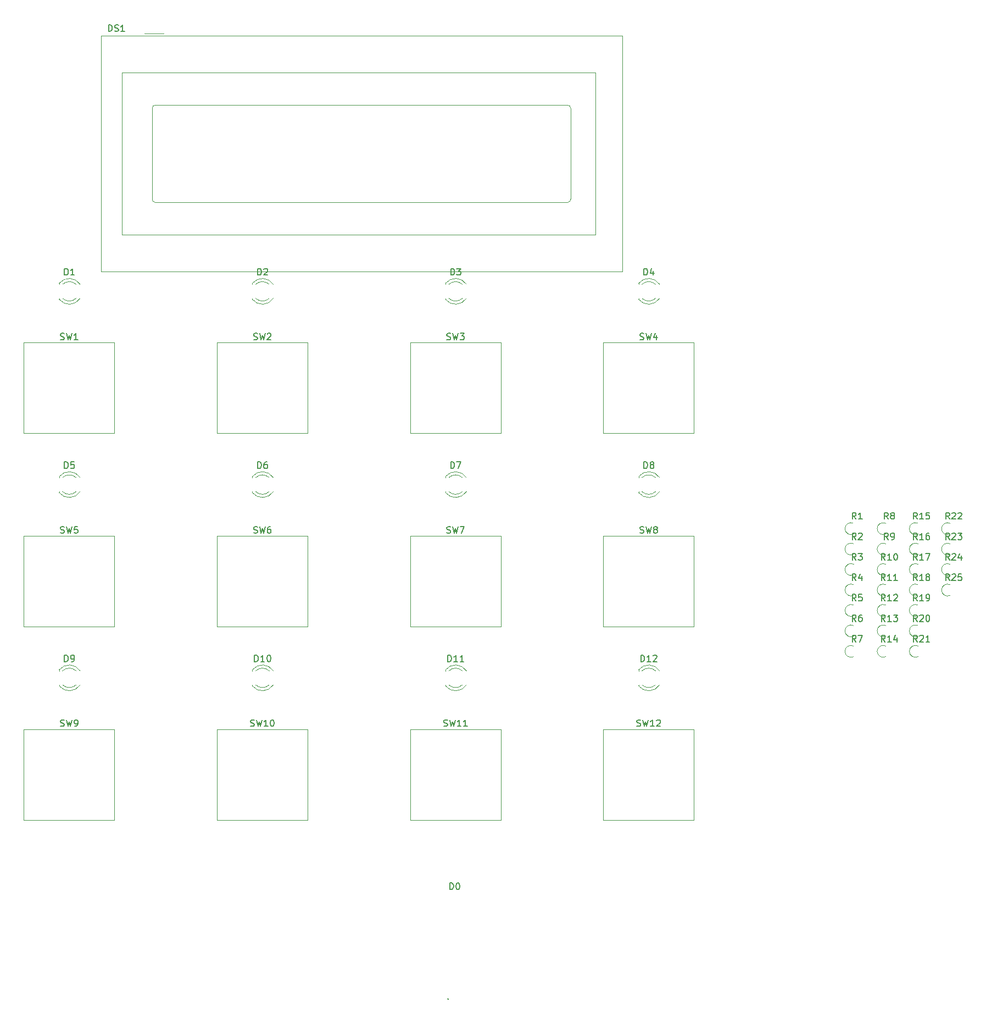
<source format=gbr>
%TF.GenerationSoftware,KiCad,Pcbnew,9.0.6*%
%TF.CreationDate,2025-12-06T00:52:23+00:00*%
%TF.ProjectId,DT,44542e6b-6963-4616-945f-706362585858,rev?*%
%TF.SameCoordinates,Original*%
%TF.FileFunction,Legend,Top*%
%TF.FilePolarity,Positive*%
%FSLAX46Y46*%
G04 Gerber Fmt 4.6, Leading zero omitted, Abs format (unit mm)*
G04 Created by KiCad (PCBNEW 9.0.6) date 2025-12-06 00:52:23*
%MOMM*%
%LPD*%
G01*
G04 APERTURE LIST*
%ADD10C,0.150000*%
%ADD11C,0.120000*%
G04 APERTURE END LIST*
D10*
X-250271666Y-42384819D02*
X-250604999Y-41908628D01*
X-250843094Y-42384819D02*
X-250843094Y-41384819D01*
X-250843094Y-41384819D02*
X-250462142Y-41384819D01*
X-250462142Y-41384819D02*
X-250366904Y-41432438D01*
X-250366904Y-41432438D02*
X-250319285Y-41480057D01*
X-250319285Y-41480057D02*
X-250271666Y-41575295D01*
X-250271666Y-41575295D02*
X-250271666Y-41718152D01*
X-250271666Y-41718152D02*
X-250319285Y-41813390D01*
X-250319285Y-41813390D02*
X-250366904Y-41861009D01*
X-250366904Y-41861009D02*
X-250462142Y-41908628D01*
X-250462142Y-41908628D02*
X-250843094Y-41908628D01*
X-249366904Y-41384819D02*
X-249843094Y-41384819D01*
X-249843094Y-41384819D02*
X-249890713Y-41861009D01*
X-249890713Y-41861009D02*
X-249843094Y-41813390D01*
X-249843094Y-41813390D02*
X-249747856Y-41765771D01*
X-249747856Y-41765771D02*
X-249509761Y-41765771D01*
X-249509761Y-41765771D02*
X-249414523Y-41813390D01*
X-249414523Y-41813390D02*
X-249366904Y-41861009D01*
X-249366904Y-41861009D02*
X-249319285Y-41956247D01*
X-249319285Y-41956247D02*
X-249319285Y-42194342D01*
X-249319285Y-42194342D02*
X-249366904Y-42289580D01*
X-249366904Y-42289580D02*
X-249414523Y-42337200D01*
X-249414523Y-42337200D02*
X-249509761Y-42384819D01*
X-249509761Y-42384819D02*
X-249747856Y-42384819D01*
X-249747856Y-42384819D02*
X-249843094Y-42337200D01*
X-249843094Y-42337200D02*
X-249890713Y-42289580D01*
X-342500094Y-21959819D02*
X-342500094Y-20959819D01*
X-342500094Y-20959819D02*
X-342261999Y-20959819D01*
X-342261999Y-20959819D02*
X-342119142Y-21007438D01*
X-342119142Y-21007438D02*
X-342023904Y-21102676D01*
X-342023904Y-21102676D02*
X-341976285Y-21197914D01*
X-341976285Y-21197914D02*
X-341928666Y-21388390D01*
X-341928666Y-21388390D02*
X-341928666Y-21531247D01*
X-341928666Y-21531247D02*
X-341976285Y-21721723D01*
X-341976285Y-21721723D02*
X-342023904Y-21816961D01*
X-342023904Y-21816961D02*
X-342119142Y-21912200D01*
X-342119142Y-21912200D02*
X-342261999Y-21959819D01*
X-342261999Y-21959819D02*
X-342500094Y-21959819D01*
X-341071523Y-20959819D02*
X-341261999Y-20959819D01*
X-341261999Y-20959819D02*
X-341357237Y-21007438D01*
X-341357237Y-21007438D02*
X-341404856Y-21055057D01*
X-341404856Y-21055057D02*
X-341500094Y-21197914D01*
X-341500094Y-21197914D02*
X-341547713Y-21388390D01*
X-341547713Y-21388390D02*
X-341547713Y-21769342D01*
X-341547713Y-21769342D02*
X-341500094Y-21864580D01*
X-341500094Y-21864580D02*
X-341452475Y-21912200D01*
X-341452475Y-21912200D02*
X-341357237Y-21959819D01*
X-341357237Y-21959819D02*
X-341166761Y-21959819D01*
X-341166761Y-21959819D02*
X-341071523Y-21912200D01*
X-341071523Y-21912200D02*
X-341023904Y-21864580D01*
X-341023904Y-21864580D02*
X-340976285Y-21769342D01*
X-340976285Y-21769342D02*
X-340976285Y-21531247D01*
X-340976285Y-21531247D02*
X-341023904Y-21436009D01*
X-341023904Y-21436009D02*
X-341071523Y-21388390D01*
X-341071523Y-21388390D02*
X-341166761Y-21340771D01*
X-341166761Y-21340771D02*
X-341357237Y-21340771D01*
X-341357237Y-21340771D02*
X-341452475Y-21388390D01*
X-341452475Y-21388390D02*
X-341500094Y-21436009D01*
X-341500094Y-21436009D02*
X-341547713Y-21531247D01*
X-312730094Y-21959819D02*
X-312730094Y-20959819D01*
X-312730094Y-20959819D02*
X-312491999Y-20959819D01*
X-312491999Y-20959819D02*
X-312349142Y-21007438D01*
X-312349142Y-21007438D02*
X-312253904Y-21102676D01*
X-312253904Y-21102676D02*
X-312206285Y-21197914D01*
X-312206285Y-21197914D02*
X-312158666Y-21388390D01*
X-312158666Y-21388390D02*
X-312158666Y-21531247D01*
X-312158666Y-21531247D02*
X-312206285Y-21721723D01*
X-312206285Y-21721723D02*
X-312253904Y-21816961D01*
X-312253904Y-21816961D02*
X-312349142Y-21912200D01*
X-312349142Y-21912200D02*
X-312491999Y-21959819D01*
X-312491999Y-21959819D02*
X-312730094Y-21959819D01*
X-311825332Y-20959819D02*
X-311158666Y-20959819D01*
X-311158666Y-20959819D02*
X-311587237Y-21959819D01*
X-245311666Y-29784819D02*
X-245644999Y-29308628D01*
X-245883094Y-29784819D02*
X-245883094Y-28784819D01*
X-245883094Y-28784819D02*
X-245502142Y-28784819D01*
X-245502142Y-28784819D02*
X-245406904Y-28832438D01*
X-245406904Y-28832438D02*
X-245359285Y-28880057D01*
X-245359285Y-28880057D02*
X-245311666Y-28975295D01*
X-245311666Y-28975295D02*
X-245311666Y-29118152D01*
X-245311666Y-29118152D02*
X-245359285Y-29213390D01*
X-245359285Y-29213390D02*
X-245406904Y-29261009D01*
X-245406904Y-29261009D02*
X-245502142Y-29308628D01*
X-245502142Y-29308628D02*
X-245883094Y-29308628D01*
X-244740237Y-29213390D02*
X-244835475Y-29165771D01*
X-244835475Y-29165771D02*
X-244883094Y-29118152D01*
X-244883094Y-29118152D02*
X-244930713Y-29022914D01*
X-244930713Y-29022914D02*
X-244930713Y-28975295D01*
X-244930713Y-28975295D02*
X-244883094Y-28880057D01*
X-244883094Y-28880057D02*
X-244835475Y-28832438D01*
X-244835475Y-28832438D02*
X-244740237Y-28784819D01*
X-244740237Y-28784819D02*
X-244549761Y-28784819D01*
X-244549761Y-28784819D02*
X-244454523Y-28832438D01*
X-244454523Y-28832438D02*
X-244406904Y-28880057D01*
X-244406904Y-28880057D02*
X-244359285Y-28975295D01*
X-244359285Y-28975295D02*
X-244359285Y-29022914D01*
X-244359285Y-29022914D02*
X-244406904Y-29118152D01*
X-244406904Y-29118152D02*
X-244454523Y-29165771D01*
X-244454523Y-29165771D02*
X-244549761Y-29213390D01*
X-244549761Y-29213390D02*
X-244740237Y-29213390D01*
X-244740237Y-29213390D02*
X-244835475Y-29261009D01*
X-244835475Y-29261009D02*
X-244883094Y-29308628D01*
X-244883094Y-29308628D02*
X-244930713Y-29403866D01*
X-244930713Y-29403866D02*
X-244930713Y-29594342D01*
X-244930713Y-29594342D02*
X-244883094Y-29689580D01*
X-244883094Y-29689580D02*
X-244835475Y-29737200D01*
X-244835475Y-29737200D02*
X-244740237Y-29784819D01*
X-244740237Y-29784819D02*
X-244549761Y-29784819D01*
X-244549761Y-29784819D02*
X-244454523Y-29737200D01*
X-244454523Y-29737200D02*
X-244406904Y-29689580D01*
X-244406904Y-29689580D02*
X-244359285Y-29594342D01*
X-244359285Y-29594342D02*
X-244359285Y-29403866D01*
X-244359285Y-29403866D02*
X-244406904Y-29308628D01*
X-244406904Y-29308628D02*
X-244454523Y-29261009D01*
X-244454523Y-29261009D02*
X-244549761Y-29213390D01*
X-313819523Y-61653200D02*
X-313676666Y-61700819D01*
X-313676666Y-61700819D02*
X-313438571Y-61700819D01*
X-313438571Y-61700819D02*
X-313343333Y-61653200D01*
X-313343333Y-61653200D02*
X-313295714Y-61605580D01*
X-313295714Y-61605580D02*
X-313248095Y-61510342D01*
X-313248095Y-61510342D02*
X-313248095Y-61415104D01*
X-313248095Y-61415104D02*
X-313295714Y-61319866D01*
X-313295714Y-61319866D02*
X-313343333Y-61272247D01*
X-313343333Y-61272247D02*
X-313438571Y-61224628D01*
X-313438571Y-61224628D02*
X-313629047Y-61177009D01*
X-313629047Y-61177009D02*
X-313724285Y-61129390D01*
X-313724285Y-61129390D02*
X-313771904Y-61081771D01*
X-313771904Y-61081771D02*
X-313819523Y-60986533D01*
X-313819523Y-60986533D02*
X-313819523Y-60891295D01*
X-313819523Y-60891295D02*
X-313771904Y-60796057D01*
X-313771904Y-60796057D02*
X-313724285Y-60748438D01*
X-313724285Y-60748438D02*
X-313629047Y-60700819D01*
X-313629047Y-60700819D02*
X-313390952Y-60700819D01*
X-313390952Y-60700819D02*
X-313248095Y-60748438D01*
X-312914761Y-60700819D02*
X-312676666Y-61700819D01*
X-312676666Y-61700819D02*
X-312486190Y-60986533D01*
X-312486190Y-60986533D02*
X-312295714Y-61700819D01*
X-312295714Y-61700819D02*
X-312057619Y-60700819D01*
X-311152857Y-61700819D02*
X-311724285Y-61700819D01*
X-311438571Y-61700819D02*
X-311438571Y-60700819D01*
X-311438571Y-60700819D02*
X-311533809Y-60843676D01*
X-311533809Y-60843676D02*
X-311629047Y-60938914D01*
X-311629047Y-60938914D02*
X-311724285Y-60986533D01*
X-310200476Y-61700819D02*
X-310771904Y-61700819D01*
X-310486190Y-61700819D02*
X-310486190Y-60700819D01*
X-310486190Y-60700819D02*
X-310581428Y-60843676D01*
X-310581428Y-60843676D02*
X-310676666Y-60938914D01*
X-310676666Y-60938914D02*
X-310771904Y-60986533D01*
X-235867857Y-36084819D02*
X-236201190Y-35608628D01*
X-236439285Y-36084819D02*
X-236439285Y-35084819D01*
X-236439285Y-35084819D02*
X-236058333Y-35084819D01*
X-236058333Y-35084819D02*
X-235963095Y-35132438D01*
X-235963095Y-35132438D02*
X-235915476Y-35180057D01*
X-235915476Y-35180057D02*
X-235867857Y-35275295D01*
X-235867857Y-35275295D02*
X-235867857Y-35418152D01*
X-235867857Y-35418152D02*
X-235915476Y-35513390D01*
X-235915476Y-35513390D02*
X-235963095Y-35561009D01*
X-235963095Y-35561009D02*
X-236058333Y-35608628D01*
X-236058333Y-35608628D02*
X-236439285Y-35608628D01*
X-235486904Y-35180057D02*
X-235439285Y-35132438D01*
X-235439285Y-35132438D02*
X-235344047Y-35084819D01*
X-235344047Y-35084819D02*
X-235105952Y-35084819D01*
X-235105952Y-35084819D02*
X-235010714Y-35132438D01*
X-235010714Y-35132438D02*
X-234963095Y-35180057D01*
X-234963095Y-35180057D02*
X-234915476Y-35275295D01*
X-234915476Y-35275295D02*
X-234915476Y-35370533D01*
X-234915476Y-35370533D02*
X-234963095Y-35513390D01*
X-234963095Y-35513390D02*
X-235534523Y-36084819D01*
X-235534523Y-36084819D02*
X-234915476Y-36084819D01*
X-234058333Y-35418152D02*
X-234058333Y-36084819D01*
X-234296428Y-35037200D02*
X-234534523Y-35751485D01*
X-234534523Y-35751485D02*
X-233915476Y-35751485D01*
X-372270094Y-21959819D02*
X-372270094Y-20959819D01*
X-372270094Y-20959819D02*
X-372031999Y-20959819D01*
X-372031999Y-20959819D02*
X-371889142Y-21007438D01*
X-371889142Y-21007438D02*
X-371793904Y-21102676D01*
X-371793904Y-21102676D02*
X-371746285Y-21197914D01*
X-371746285Y-21197914D02*
X-371698666Y-21388390D01*
X-371698666Y-21388390D02*
X-371698666Y-21531247D01*
X-371698666Y-21531247D02*
X-371746285Y-21721723D01*
X-371746285Y-21721723D02*
X-371793904Y-21816961D01*
X-371793904Y-21816961D02*
X-371889142Y-21912200D01*
X-371889142Y-21912200D02*
X-372031999Y-21959819D01*
X-372031999Y-21959819D02*
X-372270094Y-21959819D01*
X-370793904Y-20959819D02*
X-371270094Y-20959819D01*
X-371270094Y-20959819D02*
X-371317713Y-21436009D01*
X-371317713Y-21436009D02*
X-371270094Y-21388390D01*
X-371270094Y-21388390D02*
X-371174856Y-21340771D01*
X-371174856Y-21340771D02*
X-370936761Y-21340771D01*
X-370936761Y-21340771D02*
X-370841523Y-21388390D01*
X-370841523Y-21388390D02*
X-370793904Y-21436009D01*
X-370793904Y-21436009D02*
X-370746285Y-21531247D01*
X-370746285Y-21531247D02*
X-370746285Y-21769342D01*
X-370746285Y-21769342D02*
X-370793904Y-21864580D01*
X-370793904Y-21864580D02*
X-370841523Y-21912200D01*
X-370841523Y-21912200D02*
X-370936761Y-21959819D01*
X-370936761Y-21959819D02*
X-371174856Y-21959819D01*
X-371174856Y-21959819D02*
X-371270094Y-21912200D01*
X-371270094Y-21912200D02*
X-371317713Y-21864580D01*
X-372883332Y-61653200D02*
X-372740475Y-61700819D01*
X-372740475Y-61700819D02*
X-372502380Y-61700819D01*
X-372502380Y-61700819D02*
X-372407142Y-61653200D01*
X-372407142Y-61653200D02*
X-372359523Y-61605580D01*
X-372359523Y-61605580D02*
X-372311904Y-61510342D01*
X-372311904Y-61510342D02*
X-372311904Y-61415104D01*
X-372311904Y-61415104D02*
X-372359523Y-61319866D01*
X-372359523Y-61319866D02*
X-372407142Y-61272247D01*
X-372407142Y-61272247D02*
X-372502380Y-61224628D01*
X-372502380Y-61224628D02*
X-372692856Y-61177009D01*
X-372692856Y-61177009D02*
X-372788094Y-61129390D01*
X-372788094Y-61129390D02*
X-372835713Y-61081771D01*
X-372835713Y-61081771D02*
X-372883332Y-60986533D01*
X-372883332Y-60986533D02*
X-372883332Y-60891295D01*
X-372883332Y-60891295D02*
X-372835713Y-60796057D01*
X-372835713Y-60796057D02*
X-372788094Y-60748438D01*
X-372788094Y-60748438D02*
X-372692856Y-60700819D01*
X-372692856Y-60700819D02*
X-372454761Y-60700819D01*
X-372454761Y-60700819D02*
X-372311904Y-60748438D01*
X-371978570Y-60700819D02*
X-371740475Y-61700819D01*
X-371740475Y-61700819D02*
X-371549999Y-60986533D01*
X-371549999Y-60986533D02*
X-371359523Y-61700819D01*
X-371359523Y-61700819D02*
X-371121428Y-60700819D01*
X-370692856Y-61700819D02*
X-370502380Y-61700819D01*
X-370502380Y-61700819D02*
X-370407142Y-61653200D01*
X-370407142Y-61653200D02*
X-370359523Y-61605580D01*
X-370359523Y-61605580D02*
X-370264285Y-61462723D01*
X-370264285Y-61462723D02*
X-370216666Y-61272247D01*
X-370216666Y-61272247D02*
X-370216666Y-60891295D01*
X-370216666Y-60891295D02*
X-370264285Y-60796057D01*
X-370264285Y-60796057D02*
X-370311904Y-60748438D01*
X-370311904Y-60748438D02*
X-370407142Y-60700819D01*
X-370407142Y-60700819D02*
X-370597618Y-60700819D01*
X-370597618Y-60700819D02*
X-370692856Y-60748438D01*
X-370692856Y-60748438D02*
X-370740475Y-60796057D01*
X-370740475Y-60796057D02*
X-370788094Y-60891295D01*
X-370788094Y-60891295D02*
X-370788094Y-61129390D01*
X-370788094Y-61129390D02*
X-370740475Y-61224628D01*
X-370740475Y-61224628D02*
X-370692856Y-61272247D01*
X-370692856Y-61272247D02*
X-370597618Y-61319866D01*
X-370597618Y-61319866D02*
X-370407142Y-61319866D01*
X-370407142Y-61319866D02*
X-370311904Y-61272247D01*
X-370311904Y-61272247D02*
X-370264285Y-61224628D01*
X-370264285Y-61224628D02*
X-370216666Y-61129390D01*
X-250271666Y-39234819D02*
X-250604999Y-38758628D01*
X-250843094Y-39234819D02*
X-250843094Y-38234819D01*
X-250843094Y-38234819D02*
X-250462142Y-38234819D01*
X-250462142Y-38234819D02*
X-250366904Y-38282438D01*
X-250366904Y-38282438D02*
X-250319285Y-38330057D01*
X-250319285Y-38330057D02*
X-250271666Y-38425295D01*
X-250271666Y-38425295D02*
X-250271666Y-38568152D01*
X-250271666Y-38568152D02*
X-250319285Y-38663390D01*
X-250319285Y-38663390D02*
X-250366904Y-38711009D01*
X-250366904Y-38711009D02*
X-250462142Y-38758628D01*
X-250462142Y-38758628D02*
X-250843094Y-38758628D01*
X-249414523Y-38568152D02*
X-249414523Y-39234819D01*
X-249652618Y-38187200D02*
X-249890713Y-38901485D01*
X-249890713Y-38901485D02*
X-249271666Y-38901485D01*
X-372270094Y-51729819D02*
X-372270094Y-50729819D01*
X-372270094Y-50729819D02*
X-372031999Y-50729819D01*
X-372031999Y-50729819D02*
X-371889142Y-50777438D01*
X-371889142Y-50777438D02*
X-371793904Y-50872676D01*
X-371793904Y-50872676D02*
X-371746285Y-50967914D01*
X-371746285Y-50967914D02*
X-371698666Y-51158390D01*
X-371698666Y-51158390D02*
X-371698666Y-51301247D01*
X-371698666Y-51301247D02*
X-371746285Y-51491723D01*
X-371746285Y-51491723D02*
X-371793904Y-51586961D01*
X-371793904Y-51586961D02*
X-371889142Y-51682200D01*
X-371889142Y-51682200D02*
X-372031999Y-51729819D01*
X-372031999Y-51729819D02*
X-372270094Y-51729819D01*
X-371222475Y-51729819D02*
X-371031999Y-51729819D01*
X-371031999Y-51729819D02*
X-370936761Y-51682200D01*
X-370936761Y-51682200D02*
X-370889142Y-51634580D01*
X-370889142Y-51634580D02*
X-370793904Y-51491723D01*
X-370793904Y-51491723D02*
X-370746285Y-51301247D01*
X-370746285Y-51301247D02*
X-370746285Y-50920295D01*
X-370746285Y-50920295D02*
X-370793904Y-50825057D01*
X-370793904Y-50825057D02*
X-370841523Y-50777438D01*
X-370841523Y-50777438D02*
X-370936761Y-50729819D01*
X-370936761Y-50729819D02*
X-371127237Y-50729819D01*
X-371127237Y-50729819D02*
X-371222475Y-50777438D01*
X-371222475Y-50777438D02*
X-371270094Y-50825057D01*
X-371270094Y-50825057D02*
X-371317713Y-50920295D01*
X-371317713Y-50920295D02*
X-371317713Y-51158390D01*
X-371317713Y-51158390D02*
X-371270094Y-51253628D01*
X-371270094Y-51253628D02*
X-371222475Y-51301247D01*
X-371222475Y-51301247D02*
X-371127237Y-51348866D01*
X-371127237Y-51348866D02*
X-370936761Y-51348866D01*
X-370936761Y-51348866D02*
X-370841523Y-51301247D01*
X-370841523Y-51301247D02*
X-370793904Y-51253628D01*
X-370793904Y-51253628D02*
X-370746285Y-51158390D01*
X-250271666Y-29784819D02*
X-250604999Y-29308628D01*
X-250843094Y-29784819D02*
X-250843094Y-28784819D01*
X-250843094Y-28784819D02*
X-250462142Y-28784819D01*
X-250462142Y-28784819D02*
X-250366904Y-28832438D01*
X-250366904Y-28832438D02*
X-250319285Y-28880057D01*
X-250319285Y-28880057D02*
X-250271666Y-28975295D01*
X-250271666Y-28975295D02*
X-250271666Y-29118152D01*
X-250271666Y-29118152D02*
X-250319285Y-29213390D01*
X-250319285Y-29213390D02*
X-250366904Y-29261009D01*
X-250366904Y-29261009D02*
X-250462142Y-29308628D01*
X-250462142Y-29308628D02*
X-250843094Y-29308628D01*
X-249319285Y-29784819D02*
X-249890713Y-29784819D01*
X-249604999Y-29784819D02*
X-249604999Y-28784819D01*
X-249604999Y-28784819D02*
X-249700237Y-28927676D01*
X-249700237Y-28927676D02*
X-249795475Y-29022914D01*
X-249795475Y-29022914D02*
X-249890713Y-29070533D01*
X-372270094Y7810180D02*
X-372270094Y8810180D01*
X-372270094Y8810180D02*
X-372031999Y8810180D01*
X-372031999Y8810180D02*
X-371889142Y8762561D01*
X-371889142Y8762561D02*
X-371793904Y8667323D01*
X-371793904Y8667323D02*
X-371746285Y8572085D01*
X-371746285Y8572085D02*
X-371698666Y8381609D01*
X-371698666Y8381609D02*
X-371698666Y8238752D01*
X-371698666Y8238752D02*
X-371746285Y8048276D01*
X-371746285Y8048276D02*
X-371793904Y7953038D01*
X-371793904Y7953038D02*
X-371889142Y7857800D01*
X-371889142Y7857800D02*
X-372031999Y7810180D01*
X-372031999Y7810180D02*
X-372270094Y7810180D01*
X-370746285Y7810180D02*
X-371317713Y7810180D01*
X-371031999Y7810180D02*
X-371031999Y8810180D01*
X-371031999Y8810180D02*
X-371127237Y8667323D01*
X-371127237Y8667323D02*
X-371222475Y8572085D01*
X-371222475Y8572085D02*
X-371317713Y8524466D01*
X-245787857Y-39234819D02*
X-246121190Y-38758628D01*
X-246359285Y-39234819D02*
X-246359285Y-38234819D01*
X-246359285Y-38234819D02*
X-245978333Y-38234819D01*
X-245978333Y-38234819D02*
X-245883095Y-38282438D01*
X-245883095Y-38282438D02*
X-245835476Y-38330057D01*
X-245835476Y-38330057D02*
X-245787857Y-38425295D01*
X-245787857Y-38425295D02*
X-245787857Y-38568152D01*
X-245787857Y-38568152D02*
X-245835476Y-38663390D01*
X-245835476Y-38663390D02*
X-245883095Y-38711009D01*
X-245883095Y-38711009D02*
X-245978333Y-38758628D01*
X-245978333Y-38758628D02*
X-246359285Y-38758628D01*
X-244835476Y-39234819D02*
X-245406904Y-39234819D01*
X-245121190Y-39234819D02*
X-245121190Y-38234819D01*
X-245121190Y-38234819D02*
X-245216428Y-38377676D01*
X-245216428Y-38377676D02*
X-245311666Y-38472914D01*
X-245311666Y-38472914D02*
X-245406904Y-38520533D01*
X-243883095Y-39234819D02*
X-244454523Y-39234819D01*
X-244168809Y-39234819D02*
X-244168809Y-38234819D01*
X-244168809Y-38234819D02*
X-244264047Y-38377676D01*
X-244264047Y-38377676D02*
X-244359285Y-38472914D01*
X-244359285Y-38472914D02*
X-244454523Y-38520533D01*
X-313165999Y-103625580D02*
X-313118380Y-103673200D01*
X-313118380Y-103673200D02*
X-313165999Y-103720819D01*
X-313165999Y-103720819D02*
X-313213618Y-103673200D01*
X-313213618Y-103673200D02*
X-313165999Y-103625580D01*
X-313165999Y-103625580D02*
X-313165999Y-103720819D01*
X-312888094Y-86829819D02*
X-312888094Y-85829819D01*
X-312888094Y-85829819D02*
X-312649999Y-85829819D01*
X-312649999Y-85829819D02*
X-312507142Y-85877438D01*
X-312507142Y-85877438D02*
X-312411904Y-85972676D01*
X-312411904Y-85972676D02*
X-312364285Y-86067914D01*
X-312364285Y-86067914D02*
X-312316666Y-86258390D01*
X-312316666Y-86258390D02*
X-312316666Y-86401247D01*
X-312316666Y-86401247D02*
X-312364285Y-86591723D01*
X-312364285Y-86591723D02*
X-312411904Y-86686961D01*
X-312411904Y-86686961D02*
X-312507142Y-86782200D01*
X-312507142Y-86782200D02*
X-312649999Y-86829819D01*
X-312649999Y-86829819D02*
X-312888094Y-86829819D01*
X-311697618Y-85829819D02*
X-311602380Y-85829819D01*
X-311602380Y-85829819D02*
X-311507142Y-85877438D01*
X-311507142Y-85877438D02*
X-311459523Y-85925057D01*
X-311459523Y-85925057D02*
X-311411904Y-86020295D01*
X-311411904Y-86020295D02*
X-311364285Y-86210771D01*
X-311364285Y-86210771D02*
X-311364285Y-86448866D01*
X-311364285Y-86448866D02*
X-311411904Y-86639342D01*
X-311411904Y-86639342D02*
X-311459523Y-86734580D01*
X-311459523Y-86734580D02*
X-311507142Y-86782200D01*
X-311507142Y-86782200D02*
X-311602380Y-86829819D01*
X-311602380Y-86829819D02*
X-311697618Y-86829819D01*
X-311697618Y-86829819D02*
X-311792856Y-86782200D01*
X-311792856Y-86782200D02*
X-311840475Y-86734580D01*
X-311840475Y-86734580D02*
X-311888094Y-86639342D01*
X-311888094Y-86639342D02*
X-311935713Y-86448866D01*
X-311935713Y-86448866D02*
X-311935713Y-86210771D01*
X-311935713Y-86210771D02*
X-311888094Y-86020295D01*
X-311888094Y-86020295D02*
X-311840475Y-85925057D01*
X-311840475Y-85925057D02*
X-311792856Y-85877438D01*
X-311792856Y-85877438D02*
X-311697618Y-85829819D01*
X-250271666Y-36084819D02*
X-250604999Y-35608628D01*
X-250843094Y-36084819D02*
X-250843094Y-35084819D01*
X-250843094Y-35084819D02*
X-250462142Y-35084819D01*
X-250462142Y-35084819D02*
X-250366904Y-35132438D01*
X-250366904Y-35132438D02*
X-250319285Y-35180057D01*
X-250319285Y-35180057D02*
X-250271666Y-35275295D01*
X-250271666Y-35275295D02*
X-250271666Y-35418152D01*
X-250271666Y-35418152D02*
X-250319285Y-35513390D01*
X-250319285Y-35513390D02*
X-250366904Y-35561009D01*
X-250366904Y-35561009D02*
X-250462142Y-35608628D01*
X-250462142Y-35608628D02*
X-250843094Y-35608628D01*
X-249938332Y-35084819D02*
X-249319285Y-35084819D01*
X-249319285Y-35084819D02*
X-249652618Y-35465771D01*
X-249652618Y-35465771D02*
X-249509761Y-35465771D01*
X-249509761Y-35465771D02*
X-249414523Y-35513390D01*
X-249414523Y-35513390D02*
X-249366904Y-35561009D01*
X-249366904Y-35561009D02*
X-249319285Y-35656247D01*
X-249319285Y-35656247D02*
X-249319285Y-35894342D01*
X-249319285Y-35894342D02*
X-249366904Y-35989580D01*
X-249366904Y-35989580D02*
X-249414523Y-36037200D01*
X-249414523Y-36037200D02*
X-249509761Y-36084819D01*
X-249509761Y-36084819D02*
X-249795475Y-36084819D01*
X-249795475Y-36084819D02*
X-249890713Y-36037200D01*
X-249890713Y-36037200D02*
X-249938332Y-35989580D01*
X-235867857Y-39234819D02*
X-236201190Y-38758628D01*
X-236439285Y-39234819D02*
X-236439285Y-38234819D01*
X-236439285Y-38234819D02*
X-236058333Y-38234819D01*
X-236058333Y-38234819D02*
X-235963095Y-38282438D01*
X-235963095Y-38282438D02*
X-235915476Y-38330057D01*
X-235915476Y-38330057D02*
X-235867857Y-38425295D01*
X-235867857Y-38425295D02*
X-235867857Y-38568152D01*
X-235867857Y-38568152D02*
X-235915476Y-38663390D01*
X-235915476Y-38663390D02*
X-235963095Y-38711009D01*
X-235963095Y-38711009D02*
X-236058333Y-38758628D01*
X-236058333Y-38758628D02*
X-236439285Y-38758628D01*
X-235486904Y-38330057D02*
X-235439285Y-38282438D01*
X-235439285Y-38282438D02*
X-235344047Y-38234819D01*
X-235344047Y-38234819D02*
X-235105952Y-38234819D01*
X-235105952Y-38234819D02*
X-235010714Y-38282438D01*
X-235010714Y-38282438D02*
X-234963095Y-38330057D01*
X-234963095Y-38330057D02*
X-234915476Y-38425295D01*
X-234915476Y-38425295D02*
X-234915476Y-38520533D01*
X-234915476Y-38520533D02*
X-234963095Y-38663390D01*
X-234963095Y-38663390D02*
X-235534523Y-39234819D01*
X-235534523Y-39234819D02*
X-234915476Y-39234819D01*
X-234010714Y-38234819D02*
X-234486904Y-38234819D01*
X-234486904Y-38234819D02*
X-234534523Y-38711009D01*
X-234534523Y-38711009D02*
X-234486904Y-38663390D01*
X-234486904Y-38663390D02*
X-234391666Y-38615771D01*
X-234391666Y-38615771D02*
X-234153571Y-38615771D01*
X-234153571Y-38615771D02*
X-234058333Y-38663390D01*
X-234058333Y-38663390D02*
X-234010714Y-38711009D01*
X-234010714Y-38711009D02*
X-233963095Y-38806247D01*
X-233963095Y-38806247D02*
X-233963095Y-39044342D01*
X-233963095Y-39044342D02*
X-234010714Y-39139580D01*
X-234010714Y-39139580D02*
X-234058333Y-39187200D01*
X-234058333Y-39187200D02*
X-234153571Y-39234819D01*
X-234153571Y-39234819D02*
X-234391666Y-39234819D01*
X-234391666Y-39234819D02*
X-234486904Y-39187200D01*
X-234486904Y-39187200D02*
X-234534523Y-39139580D01*
X-284049523Y-61653200D02*
X-283906666Y-61700819D01*
X-283906666Y-61700819D02*
X-283668571Y-61700819D01*
X-283668571Y-61700819D02*
X-283573333Y-61653200D01*
X-283573333Y-61653200D02*
X-283525714Y-61605580D01*
X-283525714Y-61605580D02*
X-283478095Y-61510342D01*
X-283478095Y-61510342D02*
X-283478095Y-61415104D01*
X-283478095Y-61415104D02*
X-283525714Y-61319866D01*
X-283525714Y-61319866D02*
X-283573333Y-61272247D01*
X-283573333Y-61272247D02*
X-283668571Y-61224628D01*
X-283668571Y-61224628D02*
X-283859047Y-61177009D01*
X-283859047Y-61177009D02*
X-283954285Y-61129390D01*
X-283954285Y-61129390D02*
X-284001904Y-61081771D01*
X-284001904Y-61081771D02*
X-284049523Y-60986533D01*
X-284049523Y-60986533D02*
X-284049523Y-60891295D01*
X-284049523Y-60891295D02*
X-284001904Y-60796057D01*
X-284001904Y-60796057D02*
X-283954285Y-60748438D01*
X-283954285Y-60748438D02*
X-283859047Y-60700819D01*
X-283859047Y-60700819D02*
X-283620952Y-60700819D01*
X-283620952Y-60700819D02*
X-283478095Y-60748438D01*
X-283144761Y-60700819D02*
X-282906666Y-61700819D01*
X-282906666Y-61700819D02*
X-282716190Y-60986533D01*
X-282716190Y-60986533D02*
X-282525714Y-61700819D01*
X-282525714Y-61700819D02*
X-282287619Y-60700819D01*
X-281382857Y-61700819D02*
X-281954285Y-61700819D01*
X-281668571Y-61700819D02*
X-281668571Y-60700819D01*
X-281668571Y-60700819D02*
X-281763809Y-60843676D01*
X-281763809Y-60843676D02*
X-281859047Y-60938914D01*
X-281859047Y-60938914D02*
X-281954285Y-60986533D01*
X-281001904Y-60796057D02*
X-280954285Y-60748438D01*
X-280954285Y-60748438D02*
X-280859047Y-60700819D01*
X-280859047Y-60700819D02*
X-280620952Y-60700819D01*
X-280620952Y-60700819D02*
X-280525714Y-60748438D01*
X-280525714Y-60748438D02*
X-280478095Y-60796057D01*
X-280478095Y-60796057D02*
X-280430476Y-60891295D01*
X-280430476Y-60891295D02*
X-280430476Y-60986533D01*
X-280430476Y-60986533D02*
X-280478095Y-61129390D01*
X-280478095Y-61129390D02*
X-281049523Y-61700819D01*
X-281049523Y-61700819D02*
X-280430476Y-61700819D01*
X-235867857Y-32934819D02*
X-236201190Y-32458628D01*
X-236439285Y-32934819D02*
X-236439285Y-31934819D01*
X-236439285Y-31934819D02*
X-236058333Y-31934819D01*
X-236058333Y-31934819D02*
X-235963095Y-31982438D01*
X-235963095Y-31982438D02*
X-235915476Y-32030057D01*
X-235915476Y-32030057D02*
X-235867857Y-32125295D01*
X-235867857Y-32125295D02*
X-235867857Y-32268152D01*
X-235867857Y-32268152D02*
X-235915476Y-32363390D01*
X-235915476Y-32363390D02*
X-235963095Y-32411009D01*
X-235963095Y-32411009D02*
X-236058333Y-32458628D01*
X-236058333Y-32458628D02*
X-236439285Y-32458628D01*
X-235486904Y-32030057D02*
X-235439285Y-31982438D01*
X-235439285Y-31982438D02*
X-235344047Y-31934819D01*
X-235344047Y-31934819D02*
X-235105952Y-31934819D01*
X-235105952Y-31934819D02*
X-235010714Y-31982438D01*
X-235010714Y-31982438D02*
X-234963095Y-32030057D01*
X-234963095Y-32030057D02*
X-234915476Y-32125295D01*
X-234915476Y-32125295D02*
X-234915476Y-32220533D01*
X-234915476Y-32220533D02*
X-234963095Y-32363390D01*
X-234963095Y-32363390D02*
X-235534523Y-32934819D01*
X-235534523Y-32934819D02*
X-234915476Y-32934819D01*
X-234582142Y-31934819D02*
X-233963095Y-31934819D01*
X-233963095Y-31934819D02*
X-234296428Y-32315771D01*
X-234296428Y-32315771D02*
X-234153571Y-32315771D01*
X-234153571Y-32315771D02*
X-234058333Y-32363390D01*
X-234058333Y-32363390D02*
X-234010714Y-32411009D01*
X-234010714Y-32411009D02*
X-233963095Y-32506247D01*
X-233963095Y-32506247D02*
X-233963095Y-32744342D01*
X-233963095Y-32744342D02*
X-234010714Y-32839580D01*
X-234010714Y-32839580D02*
X-234058333Y-32887200D01*
X-234058333Y-32887200D02*
X-234153571Y-32934819D01*
X-234153571Y-32934819D02*
X-234439285Y-32934819D01*
X-234439285Y-32934819D02*
X-234534523Y-32887200D01*
X-234534523Y-32887200D02*
X-234582142Y-32839580D01*
X-240827857Y-48684819D02*
X-241161190Y-48208628D01*
X-241399285Y-48684819D02*
X-241399285Y-47684819D01*
X-241399285Y-47684819D02*
X-241018333Y-47684819D01*
X-241018333Y-47684819D02*
X-240923095Y-47732438D01*
X-240923095Y-47732438D02*
X-240875476Y-47780057D01*
X-240875476Y-47780057D02*
X-240827857Y-47875295D01*
X-240827857Y-47875295D02*
X-240827857Y-48018152D01*
X-240827857Y-48018152D02*
X-240875476Y-48113390D01*
X-240875476Y-48113390D02*
X-240923095Y-48161009D01*
X-240923095Y-48161009D02*
X-241018333Y-48208628D01*
X-241018333Y-48208628D02*
X-241399285Y-48208628D01*
X-240446904Y-47780057D02*
X-240399285Y-47732438D01*
X-240399285Y-47732438D02*
X-240304047Y-47684819D01*
X-240304047Y-47684819D02*
X-240065952Y-47684819D01*
X-240065952Y-47684819D02*
X-239970714Y-47732438D01*
X-239970714Y-47732438D02*
X-239923095Y-47780057D01*
X-239923095Y-47780057D02*
X-239875476Y-47875295D01*
X-239875476Y-47875295D02*
X-239875476Y-47970533D01*
X-239875476Y-47970533D02*
X-239923095Y-48113390D01*
X-239923095Y-48113390D02*
X-240494523Y-48684819D01*
X-240494523Y-48684819D02*
X-239875476Y-48684819D01*
X-238923095Y-48684819D02*
X-239494523Y-48684819D01*
X-239208809Y-48684819D02*
X-239208809Y-47684819D01*
X-239208809Y-47684819D02*
X-239304047Y-47827676D01*
X-239304047Y-47827676D02*
X-239399285Y-47922914D01*
X-239399285Y-47922914D02*
X-239494523Y-47970533D01*
X-245787857Y-42384819D02*
X-246121190Y-41908628D01*
X-246359285Y-42384819D02*
X-246359285Y-41384819D01*
X-246359285Y-41384819D02*
X-245978333Y-41384819D01*
X-245978333Y-41384819D02*
X-245883095Y-41432438D01*
X-245883095Y-41432438D02*
X-245835476Y-41480057D01*
X-245835476Y-41480057D02*
X-245787857Y-41575295D01*
X-245787857Y-41575295D02*
X-245787857Y-41718152D01*
X-245787857Y-41718152D02*
X-245835476Y-41813390D01*
X-245835476Y-41813390D02*
X-245883095Y-41861009D01*
X-245883095Y-41861009D02*
X-245978333Y-41908628D01*
X-245978333Y-41908628D02*
X-246359285Y-41908628D01*
X-244835476Y-42384819D02*
X-245406904Y-42384819D01*
X-245121190Y-42384819D02*
X-245121190Y-41384819D01*
X-245121190Y-41384819D02*
X-245216428Y-41527676D01*
X-245216428Y-41527676D02*
X-245311666Y-41622914D01*
X-245311666Y-41622914D02*
X-245406904Y-41670533D01*
X-244454523Y-41480057D02*
X-244406904Y-41432438D01*
X-244406904Y-41432438D02*
X-244311666Y-41384819D01*
X-244311666Y-41384819D02*
X-244073571Y-41384819D01*
X-244073571Y-41384819D02*
X-243978333Y-41432438D01*
X-243978333Y-41432438D02*
X-243930714Y-41480057D01*
X-243930714Y-41480057D02*
X-243883095Y-41575295D01*
X-243883095Y-41575295D02*
X-243883095Y-41670533D01*
X-243883095Y-41670533D02*
X-243930714Y-41813390D01*
X-243930714Y-41813390D02*
X-244502142Y-42384819D01*
X-244502142Y-42384819D02*
X-243883095Y-42384819D01*
X-365490185Y45355180D02*
X-365490185Y46355180D01*
X-365490185Y46355180D02*
X-365252090Y46355180D01*
X-365252090Y46355180D02*
X-365109233Y46307561D01*
X-365109233Y46307561D02*
X-365013995Y46212323D01*
X-365013995Y46212323D02*
X-364966376Y46117085D01*
X-364966376Y46117085D02*
X-364918757Y45926609D01*
X-364918757Y45926609D02*
X-364918757Y45783752D01*
X-364918757Y45783752D02*
X-364966376Y45593276D01*
X-364966376Y45593276D02*
X-365013995Y45498038D01*
X-365013995Y45498038D02*
X-365109233Y45402800D01*
X-365109233Y45402800D02*
X-365252090Y45355180D01*
X-365252090Y45355180D02*
X-365490185Y45355180D01*
X-364537804Y45402800D02*
X-364394947Y45355180D01*
X-364394947Y45355180D02*
X-364156852Y45355180D01*
X-364156852Y45355180D02*
X-364061614Y45402800D01*
X-364061614Y45402800D02*
X-364013995Y45450419D01*
X-364013995Y45450419D02*
X-363966376Y45545657D01*
X-363966376Y45545657D02*
X-363966376Y45640895D01*
X-363966376Y45640895D02*
X-364013995Y45736133D01*
X-364013995Y45736133D02*
X-364061614Y45783752D01*
X-364061614Y45783752D02*
X-364156852Y45831371D01*
X-364156852Y45831371D02*
X-364347328Y45878990D01*
X-364347328Y45878990D02*
X-364442566Y45926609D01*
X-364442566Y45926609D02*
X-364490185Y45974228D01*
X-364490185Y45974228D02*
X-364537804Y46069466D01*
X-364537804Y46069466D02*
X-364537804Y46164704D01*
X-364537804Y46164704D02*
X-364490185Y46259942D01*
X-364490185Y46259942D02*
X-364442566Y46307561D01*
X-364442566Y46307561D02*
X-364347328Y46355180D01*
X-364347328Y46355180D02*
X-364109233Y46355180D01*
X-364109233Y46355180D02*
X-363966376Y46307561D01*
X-363013995Y45355180D02*
X-363585423Y45355180D01*
X-363299709Y45355180D02*
X-363299709Y46355180D01*
X-363299709Y46355180D02*
X-363394947Y46212323D01*
X-363394947Y46212323D02*
X-363490185Y46117085D01*
X-363490185Y46117085D02*
X-363585423Y46069466D01*
X-343113332Y-2113200D02*
X-342970475Y-2160819D01*
X-342970475Y-2160819D02*
X-342732380Y-2160819D01*
X-342732380Y-2160819D02*
X-342637142Y-2113200D01*
X-342637142Y-2113200D02*
X-342589523Y-2065580D01*
X-342589523Y-2065580D02*
X-342541904Y-1970342D01*
X-342541904Y-1970342D02*
X-342541904Y-1875104D01*
X-342541904Y-1875104D02*
X-342589523Y-1779866D01*
X-342589523Y-1779866D02*
X-342637142Y-1732247D01*
X-342637142Y-1732247D02*
X-342732380Y-1684628D01*
X-342732380Y-1684628D02*
X-342922856Y-1637009D01*
X-342922856Y-1637009D02*
X-343018094Y-1589390D01*
X-343018094Y-1589390D02*
X-343065713Y-1541771D01*
X-343065713Y-1541771D02*
X-343113332Y-1446533D01*
X-343113332Y-1446533D02*
X-343113332Y-1351295D01*
X-343113332Y-1351295D02*
X-343065713Y-1256057D01*
X-343065713Y-1256057D02*
X-343018094Y-1208438D01*
X-343018094Y-1208438D02*
X-342922856Y-1160819D01*
X-342922856Y-1160819D02*
X-342684761Y-1160819D01*
X-342684761Y-1160819D02*
X-342541904Y-1208438D01*
X-342208570Y-1160819D02*
X-341970475Y-2160819D01*
X-341970475Y-2160819D02*
X-341779999Y-1446533D01*
X-341779999Y-1446533D02*
X-341589523Y-2160819D01*
X-341589523Y-2160819D02*
X-341351428Y-1160819D01*
X-341018094Y-1256057D02*
X-340970475Y-1208438D01*
X-340970475Y-1208438D02*
X-340875237Y-1160819D01*
X-340875237Y-1160819D02*
X-340637142Y-1160819D01*
X-340637142Y-1160819D02*
X-340541904Y-1208438D01*
X-340541904Y-1208438D02*
X-340494285Y-1256057D01*
X-340494285Y-1256057D02*
X-340446666Y-1351295D01*
X-340446666Y-1351295D02*
X-340446666Y-1446533D01*
X-340446666Y-1446533D02*
X-340494285Y-1589390D01*
X-340494285Y-1589390D02*
X-341065713Y-2160819D01*
X-341065713Y-2160819D02*
X-340446666Y-2160819D01*
X-245787857Y-48684819D02*
X-246121190Y-48208628D01*
X-246359285Y-48684819D02*
X-246359285Y-47684819D01*
X-246359285Y-47684819D02*
X-245978333Y-47684819D01*
X-245978333Y-47684819D02*
X-245883095Y-47732438D01*
X-245883095Y-47732438D02*
X-245835476Y-47780057D01*
X-245835476Y-47780057D02*
X-245787857Y-47875295D01*
X-245787857Y-47875295D02*
X-245787857Y-48018152D01*
X-245787857Y-48018152D02*
X-245835476Y-48113390D01*
X-245835476Y-48113390D02*
X-245883095Y-48161009D01*
X-245883095Y-48161009D02*
X-245978333Y-48208628D01*
X-245978333Y-48208628D02*
X-246359285Y-48208628D01*
X-244835476Y-48684819D02*
X-245406904Y-48684819D01*
X-245121190Y-48684819D02*
X-245121190Y-47684819D01*
X-245121190Y-47684819D02*
X-245216428Y-47827676D01*
X-245216428Y-47827676D02*
X-245311666Y-47922914D01*
X-245311666Y-47922914D02*
X-245406904Y-47970533D01*
X-243978333Y-48018152D02*
X-243978333Y-48684819D01*
X-244216428Y-47637200D02*
X-244454523Y-48351485D01*
X-244454523Y-48351485D02*
X-243835476Y-48351485D01*
X-235867857Y-29784819D02*
X-236201190Y-29308628D01*
X-236439285Y-29784819D02*
X-236439285Y-28784819D01*
X-236439285Y-28784819D02*
X-236058333Y-28784819D01*
X-236058333Y-28784819D02*
X-235963095Y-28832438D01*
X-235963095Y-28832438D02*
X-235915476Y-28880057D01*
X-235915476Y-28880057D02*
X-235867857Y-28975295D01*
X-235867857Y-28975295D02*
X-235867857Y-29118152D01*
X-235867857Y-29118152D02*
X-235915476Y-29213390D01*
X-235915476Y-29213390D02*
X-235963095Y-29261009D01*
X-235963095Y-29261009D02*
X-236058333Y-29308628D01*
X-236058333Y-29308628D02*
X-236439285Y-29308628D01*
X-235486904Y-28880057D02*
X-235439285Y-28832438D01*
X-235439285Y-28832438D02*
X-235344047Y-28784819D01*
X-235344047Y-28784819D02*
X-235105952Y-28784819D01*
X-235105952Y-28784819D02*
X-235010714Y-28832438D01*
X-235010714Y-28832438D02*
X-234963095Y-28880057D01*
X-234963095Y-28880057D02*
X-234915476Y-28975295D01*
X-234915476Y-28975295D02*
X-234915476Y-29070533D01*
X-234915476Y-29070533D02*
X-234963095Y-29213390D01*
X-234963095Y-29213390D02*
X-235534523Y-29784819D01*
X-235534523Y-29784819D02*
X-234915476Y-29784819D01*
X-234534523Y-28880057D02*
X-234486904Y-28832438D01*
X-234486904Y-28832438D02*
X-234391666Y-28784819D01*
X-234391666Y-28784819D02*
X-234153571Y-28784819D01*
X-234153571Y-28784819D02*
X-234058333Y-28832438D01*
X-234058333Y-28832438D02*
X-234010714Y-28880057D01*
X-234010714Y-28880057D02*
X-233963095Y-28975295D01*
X-233963095Y-28975295D02*
X-233963095Y-29070533D01*
X-233963095Y-29070533D02*
X-234010714Y-29213390D01*
X-234010714Y-29213390D02*
X-234582142Y-29784819D01*
X-234582142Y-29784819D02*
X-233963095Y-29784819D01*
X-283573332Y-2113200D02*
X-283430475Y-2160819D01*
X-283430475Y-2160819D02*
X-283192380Y-2160819D01*
X-283192380Y-2160819D02*
X-283097142Y-2113200D01*
X-283097142Y-2113200D02*
X-283049523Y-2065580D01*
X-283049523Y-2065580D02*
X-283001904Y-1970342D01*
X-283001904Y-1970342D02*
X-283001904Y-1875104D01*
X-283001904Y-1875104D02*
X-283049523Y-1779866D01*
X-283049523Y-1779866D02*
X-283097142Y-1732247D01*
X-283097142Y-1732247D02*
X-283192380Y-1684628D01*
X-283192380Y-1684628D02*
X-283382856Y-1637009D01*
X-283382856Y-1637009D02*
X-283478094Y-1589390D01*
X-283478094Y-1589390D02*
X-283525713Y-1541771D01*
X-283525713Y-1541771D02*
X-283573332Y-1446533D01*
X-283573332Y-1446533D02*
X-283573332Y-1351295D01*
X-283573332Y-1351295D02*
X-283525713Y-1256057D01*
X-283525713Y-1256057D02*
X-283478094Y-1208438D01*
X-283478094Y-1208438D02*
X-283382856Y-1160819D01*
X-283382856Y-1160819D02*
X-283144761Y-1160819D01*
X-283144761Y-1160819D02*
X-283001904Y-1208438D01*
X-282668570Y-1160819D02*
X-282430475Y-2160819D01*
X-282430475Y-2160819D02*
X-282239999Y-1446533D01*
X-282239999Y-1446533D02*
X-282049523Y-2160819D01*
X-282049523Y-2160819D02*
X-281811428Y-1160819D01*
X-281001904Y-1494152D02*
X-281001904Y-2160819D01*
X-281239999Y-1113200D02*
X-281478094Y-1827485D01*
X-281478094Y-1827485D02*
X-280859047Y-1827485D01*
X-343113332Y-31883200D02*
X-342970475Y-31930819D01*
X-342970475Y-31930819D02*
X-342732380Y-31930819D01*
X-342732380Y-31930819D02*
X-342637142Y-31883200D01*
X-342637142Y-31883200D02*
X-342589523Y-31835580D01*
X-342589523Y-31835580D02*
X-342541904Y-31740342D01*
X-342541904Y-31740342D02*
X-342541904Y-31645104D01*
X-342541904Y-31645104D02*
X-342589523Y-31549866D01*
X-342589523Y-31549866D02*
X-342637142Y-31502247D01*
X-342637142Y-31502247D02*
X-342732380Y-31454628D01*
X-342732380Y-31454628D02*
X-342922856Y-31407009D01*
X-342922856Y-31407009D02*
X-343018094Y-31359390D01*
X-343018094Y-31359390D02*
X-343065713Y-31311771D01*
X-343065713Y-31311771D02*
X-343113332Y-31216533D01*
X-343113332Y-31216533D02*
X-343113332Y-31121295D01*
X-343113332Y-31121295D02*
X-343065713Y-31026057D01*
X-343065713Y-31026057D02*
X-343018094Y-30978438D01*
X-343018094Y-30978438D02*
X-342922856Y-30930819D01*
X-342922856Y-30930819D02*
X-342684761Y-30930819D01*
X-342684761Y-30930819D02*
X-342541904Y-30978438D01*
X-342208570Y-30930819D02*
X-341970475Y-31930819D01*
X-341970475Y-31930819D02*
X-341779999Y-31216533D01*
X-341779999Y-31216533D02*
X-341589523Y-31930819D01*
X-341589523Y-31930819D02*
X-341351428Y-30930819D01*
X-340541904Y-30930819D02*
X-340732380Y-30930819D01*
X-340732380Y-30930819D02*
X-340827618Y-30978438D01*
X-340827618Y-30978438D02*
X-340875237Y-31026057D01*
X-340875237Y-31026057D02*
X-340970475Y-31168914D01*
X-340970475Y-31168914D02*
X-341018094Y-31359390D01*
X-341018094Y-31359390D02*
X-341018094Y-31740342D01*
X-341018094Y-31740342D02*
X-340970475Y-31835580D01*
X-340970475Y-31835580D02*
X-340922856Y-31883200D01*
X-340922856Y-31883200D02*
X-340827618Y-31930819D01*
X-340827618Y-31930819D02*
X-340637142Y-31930819D01*
X-340637142Y-31930819D02*
X-340541904Y-31883200D01*
X-340541904Y-31883200D02*
X-340494285Y-31835580D01*
X-340494285Y-31835580D02*
X-340446666Y-31740342D01*
X-340446666Y-31740342D02*
X-340446666Y-31502247D01*
X-340446666Y-31502247D02*
X-340494285Y-31407009D01*
X-340494285Y-31407009D02*
X-340541904Y-31359390D01*
X-340541904Y-31359390D02*
X-340637142Y-31311771D01*
X-340637142Y-31311771D02*
X-340827618Y-31311771D01*
X-340827618Y-31311771D02*
X-340922856Y-31359390D01*
X-340922856Y-31359390D02*
X-340970475Y-31407009D01*
X-340970475Y-31407009D02*
X-341018094Y-31502247D01*
X-240827857Y-29784819D02*
X-241161190Y-29308628D01*
X-241399285Y-29784819D02*
X-241399285Y-28784819D01*
X-241399285Y-28784819D02*
X-241018333Y-28784819D01*
X-241018333Y-28784819D02*
X-240923095Y-28832438D01*
X-240923095Y-28832438D02*
X-240875476Y-28880057D01*
X-240875476Y-28880057D02*
X-240827857Y-28975295D01*
X-240827857Y-28975295D02*
X-240827857Y-29118152D01*
X-240827857Y-29118152D02*
X-240875476Y-29213390D01*
X-240875476Y-29213390D02*
X-240923095Y-29261009D01*
X-240923095Y-29261009D02*
X-241018333Y-29308628D01*
X-241018333Y-29308628D02*
X-241399285Y-29308628D01*
X-239875476Y-29784819D02*
X-240446904Y-29784819D01*
X-240161190Y-29784819D02*
X-240161190Y-28784819D01*
X-240161190Y-28784819D02*
X-240256428Y-28927676D01*
X-240256428Y-28927676D02*
X-240351666Y-29022914D01*
X-240351666Y-29022914D02*
X-240446904Y-29070533D01*
X-238970714Y-28784819D02*
X-239446904Y-28784819D01*
X-239446904Y-28784819D02*
X-239494523Y-29261009D01*
X-239494523Y-29261009D02*
X-239446904Y-29213390D01*
X-239446904Y-29213390D02*
X-239351666Y-29165771D01*
X-239351666Y-29165771D02*
X-239113571Y-29165771D01*
X-239113571Y-29165771D02*
X-239018333Y-29213390D01*
X-239018333Y-29213390D02*
X-238970714Y-29261009D01*
X-238970714Y-29261009D02*
X-238923095Y-29356247D01*
X-238923095Y-29356247D02*
X-238923095Y-29594342D01*
X-238923095Y-29594342D02*
X-238970714Y-29689580D01*
X-238970714Y-29689580D02*
X-239018333Y-29737200D01*
X-239018333Y-29737200D02*
X-239113571Y-29784819D01*
X-239113571Y-29784819D02*
X-239351666Y-29784819D01*
X-239351666Y-29784819D02*
X-239446904Y-29737200D01*
X-239446904Y-29737200D02*
X-239494523Y-29689580D01*
X-313343332Y-2113200D02*
X-313200475Y-2160819D01*
X-313200475Y-2160819D02*
X-312962380Y-2160819D01*
X-312962380Y-2160819D02*
X-312867142Y-2113200D01*
X-312867142Y-2113200D02*
X-312819523Y-2065580D01*
X-312819523Y-2065580D02*
X-312771904Y-1970342D01*
X-312771904Y-1970342D02*
X-312771904Y-1875104D01*
X-312771904Y-1875104D02*
X-312819523Y-1779866D01*
X-312819523Y-1779866D02*
X-312867142Y-1732247D01*
X-312867142Y-1732247D02*
X-312962380Y-1684628D01*
X-312962380Y-1684628D02*
X-313152856Y-1637009D01*
X-313152856Y-1637009D02*
X-313248094Y-1589390D01*
X-313248094Y-1589390D02*
X-313295713Y-1541771D01*
X-313295713Y-1541771D02*
X-313343332Y-1446533D01*
X-313343332Y-1446533D02*
X-313343332Y-1351295D01*
X-313343332Y-1351295D02*
X-313295713Y-1256057D01*
X-313295713Y-1256057D02*
X-313248094Y-1208438D01*
X-313248094Y-1208438D02*
X-313152856Y-1160819D01*
X-313152856Y-1160819D02*
X-312914761Y-1160819D01*
X-312914761Y-1160819D02*
X-312771904Y-1208438D01*
X-312438570Y-1160819D02*
X-312200475Y-2160819D01*
X-312200475Y-2160819D02*
X-312009999Y-1446533D01*
X-312009999Y-1446533D02*
X-311819523Y-2160819D01*
X-311819523Y-2160819D02*
X-311581428Y-1160819D01*
X-311295713Y-1160819D02*
X-310676666Y-1160819D01*
X-310676666Y-1160819D02*
X-311009999Y-1541771D01*
X-311009999Y-1541771D02*
X-310867142Y-1541771D01*
X-310867142Y-1541771D02*
X-310771904Y-1589390D01*
X-310771904Y-1589390D02*
X-310724285Y-1637009D01*
X-310724285Y-1637009D02*
X-310676666Y-1732247D01*
X-310676666Y-1732247D02*
X-310676666Y-1970342D01*
X-310676666Y-1970342D02*
X-310724285Y-2065580D01*
X-310724285Y-2065580D02*
X-310771904Y-2113200D01*
X-310771904Y-2113200D02*
X-310867142Y-2160819D01*
X-310867142Y-2160819D02*
X-311152856Y-2160819D01*
X-311152856Y-2160819D02*
X-311248094Y-2113200D01*
X-311248094Y-2113200D02*
X-311295713Y-2065580D01*
X-283436285Y-51729819D02*
X-283436285Y-50729819D01*
X-283436285Y-50729819D02*
X-283198190Y-50729819D01*
X-283198190Y-50729819D02*
X-283055333Y-50777438D01*
X-283055333Y-50777438D02*
X-282960095Y-50872676D01*
X-282960095Y-50872676D02*
X-282912476Y-50967914D01*
X-282912476Y-50967914D02*
X-282864857Y-51158390D01*
X-282864857Y-51158390D02*
X-282864857Y-51301247D01*
X-282864857Y-51301247D02*
X-282912476Y-51491723D01*
X-282912476Y-51491723D02*
X-282960095Y-51586961D01*
X-282960095Y-51586961D02*
X-283055333Y-51682200D01*
X-283055333Y-51682200D02*
X-283198190Y-51729819D01*
X-283198190Y-51729819D02*
X-283436285Y-51729819D01*
X-281912476Y-51729819D02*
X-282483904Y-51729819D01*
X-282198190Y-51729819D02*
X-282198190Y-50729819D01*
X-282198190Y-50729819D02*
X-282293428Y-50872676D01*
X-282293428Y-50872676D02*
X-282388666Y-50967914D01*
X-282388666Y-50967914D02*
X-282483904Y-51015533D01*
X-281531523Y-50825057D02*
X-281483904Y-50777438D01*
X-281483904Y-50777438D02*
X-281388666Y-50729819D01*
X-281388666Y-50729819D02*
X-281150571Y-50729819D01*
X-281150571Y-50729819D02*
X-281055333Y-50777438D01*
X-281055333Y-50777438D02*
X-281007714Y-50825057D01*
X-281007714Y-50825057D02*
X-280960095Y-50920295D01*
X-280960095Y-50920295D02*
X-280960095Y-51015533D01*
X-280960095Y-51015533D02*
X-281007714Y-51158390D01*
X-281007714Y-51158390D02*
X-281579142Y-51729819D01*
X-281579142Y-51729819D02*
X-280960095Y-51729819D01*
X-240827857Y-32934819D02*
X-241161190Y-32458628D01*
X-241399285Y-32934819D02*
X-241399285Y-31934819D01*
X-241399285Y-31934819D02*
X-241018333Y-31934819D01*
X-241018333Y-31934819D02*
X-240923095Y-31982438D01*
X-240923095Y-31982438D02*
X-240875476Y-32030057D01*
X-240875476Y-32030057D02*
X-240827857Y-32125295D01*
X-240827857Y-32125295D02*
X-240827857Y-32268152D01*
X-240827857Y-32268152D02*
X-240875476Y-32363390D01*
X-240875476Y-32363390D02*
X-240923095Y-32411009D01*
X-240923095Y-32411009D02*
X-241018333Y-32458628D01*
X-241018333Y-32458628D02*
X-241399285Y-32458628D01*
X-239875476Y-32934819D02*
X-240446904Y-32934819D01*
X-240161190Y-32934819D02*
X-240161190Y-31934819D01*
X-240161190Y-31934819D02*
X-240256428Y-32077676D01*
X-240256428Y-32077676D02*
X-240351666Y-32172914D01*
X-240351666Y-32172914D02*
X-240446904Y-32220533D01*
X-239018333Y-31934819D02*
X-239208809Y-31934819D01*
X-239208809Y-31934819D02*
X-239304047Y-31982438D01*
X-239304047Y-31982438D02*
X-239351666Y-32030057D01*
X-239351666Y-32030057D02*
X-239446904Y-32172914D01*
X-239446904Y-32172914D02*
X-239494523Y-32363390D01*
X-239494523Y-32363390D02*
X-239494523Y-32744342D01*
X-239494523Y-32744342D02*
X-239446904Y-32839580D01*
X-239446904Y-32839580D02*
X-239399285Y-32887200D01*
X-239399285Y-32887200D02*
X-239304047Y-32934819D01*
X-239304047Y-32934819D02*
X-239113571Y-32934819D01*
X-239113571Y-32934819D02*
X-239018333Y-32887200D01*
X-239018333Y-32887200D02*
X-238970714Y-32839580D01*
X-238970714Y-32839580D02*
X-238923095Y-32744342D01*
X-238923095Y-32744342D02*
X-238923095Y-32506247D01*
X-238923095Y-32506247D02*
X-238970714Y-32411009D01*
X-238970714Y-32411009D02*
X-239018333Y-32363390D01*
X-239018333Y-32363390D02*
X-239113571Y-32315771D01*
X-239113571Y-32315771D02*
X-239304047Y-32315771D01*
X-239304047Y-32315771D02*
X-239399285Y-32363390D01*
X-239399285Y-32363390D02*
X-239446904Y-32411009D01*
X-239446904Y-32411009D02*
X-239494523Y-32506247D01*
X-342500094Y7810180D02*
X-342500094Y8810180D01*
X-342500094Y8810180D02*
X-342261999Y8810180D01*
X-342261999Y8810180D02*
X-342119142Y8762561D01*
X-342119142Y8762561D02*
X-342023904Y8667323D01*
X-342023904Y8667323D02*
X-341976285Y8572085D01*
X-341976285Y8572085D02*
X-341928666Y8381609D01*
X-341928666Y8381609D02*
X-341928666Y8238752D01*
X-341928666Y8238752D02*
X-341976285Y8048276D01*
X-341976285Y8048276D02*
X-342023904Y7953038D01*
X-342023904Y7953038D02*
X-342119142Y7857800D01*
X-342119142Y7857800D02*
X-342261999Y7810180D01*
X-342261999Y7810180D02*
X-342500094Y7810180D01*
X-341547713Y8714942D02*
X-341500094Y8762561D01*
X-341500094Y8762561D02*
X-341404856Y8810180D01*
X-341404856Y8810180D02*
X-341166761Y8810180D01*
X-341166761Y8810180D02*
X-341071523Y8762561D01*
X-341071523Y8762561D02*
X-341023904Y8714942D01*
X-341023904Y8714942D02*
X-340976285Y8619704D01*
X-340976285Y8619704D02*
X-340976285Y8524466D01*
X-340976285Y8524466D02*
X-341023904Y8381609D01*
X-341023904Y8381609D02*
X-341595332Y7810180D01*
X-341595332Y7810180D02*
X-340976285Y7810180D01*
X-372883332Y-2113200D02*
X-372740475Y-2160819D01*
X-372740475Y-2160819D02*
X-372502380Y-2160819D01*
X-372502380Y-2160819D02*
X-372407142Y-2113200D01*
X-372407142Y-2113200D02*
X-372359523Y-2065580D01*
X-372359523Y-2065580D02*
X-372311904Y-1970342D01*
X-372311904Y-1970342D02*
X-372311904Y-1875104D01*
X-372311904Y-1875104D02*
X-372359523Y-1779866D01*
X-372359523Y-1779866D02*
X-372407142Y-1732247D01*
X-372407142Y-1732247D02*
X-372502380Y-1684628D01*
X-372502380Y-1684628D02*
X-372692856Y-1637009D01*
X-372692856Y-1637009D02*
X-372788094Y-1589390D01*
X-372788094Y-1589390D02*
X-372835713Y-1541771D01*
X-372835713Y-1541771D02*
X-372883332Y-1446533D01*
X-372883332Y-1446533D02*
X-372883332Y-1351295D01*
X-372883332Y-1351295D02*
X-372835713Y-1256057D01*
X-372835713Y-1256057D02*
X-372788094Y-1208438D01*
X-372788094Y-1208438D02*
X-372692856Y-1160819D01*
X-372692856Y-1160819D02*
X-372454761Y-1160819D01*
X-372454761Y-1160819D02*
X-372311904Y-1208438D01*
X-371978570Y-1160819D02*
X-371740475Y-2160819D01*
X-371740475Y-2160819D02*
X-371549999Y-1446533D01*
X-371549999Y-1446533D02*
X-371359523Y-2160819D01*
X-371359523Y-2160819D02*
X-371121428Y-1160819D01*
X-370216666Y-2160819D02*
X-370788094Y-2160819D01*
X-370502380Y-2160819D02*
X-370502380Y-1160819D01*
X-370502380Y-1160819D02*
X-370597618Y-1303676D01*
X-370597618Y-1303676D02*
X-370692856Y-1398914D01*
X-370692856Y-1398914D02*
X-370788094Y-1446533D01*
X-312730094Y7810180D02*
X-312730094Y8810180D01*
X-312730094Y8810180D02*
X-312491999Y8810180D01*
X-312491999Y8810180D02*
X-312349142Y8762561D01*
X-312349142Y8762561D02*
X-312253904Y8667323D01*
X-312253904Y8667323D02*
X-312206285Y8572085D01*
X-312206285Y8572085D02*
X-312158666Y8381609D01*
X-312158666Y8381609D02*
X-312158666Y8238752D01*
X-312158666Y8238752D02*
X-312206285Y8048276D01*
X-312206285Y8048276D02*
X-312253904Y7953038D01*
X-312253904Y7953038D02*
X-312349142Y7857800D01*
X-312349142Y7857800D02*
X-312491999Y7810180D01*
X-312491999Y7810180D02*
X-312730094Y7810180D01*
X-311825332Y8810180D02*
X-311206285Y8810180D01*
X-311206285Y8810180D02*
X-311539618Y8429228D01*
X-311539618Y8429228D02*
X-311396761Y8429228D01*
X-311396761Y8429228D02*
X-311301523Y8381609D01*
X-311301523Y8381609D02*
X-311253904Y8333990D01*
X-311253904Y8333990D02*
X-311206285Y8238752D01*
X-311206285Y8238752D02*
X-311206285Y8000657D01*
X-311206285Y8000657D02*
X-311253904Y7905419D01*
X-311253904Y7905419D02*
X-311301523Y7857800D01*
X-311301523Y7857800D02*
X-311396761Y7810180D01*
X-311396761Y7810180D02*
X-311682475Y7810180D01*
X-311682475Y7810180D02*
X-311777713Y7857800D01*
X-311777713Y7857800D02*
X-311825332Y7905419D01*
X-240827857Y-36084819D02*
X-241161190Y-35608628D01*
X-241399285Y-36084819D02*
X-241399285Y-35084819D01*
X-241399285Y-35084819D02*
X-241018333Y-35084819D01*
X-241018333Y-35084819D02*
X-240923095Y-35132438D01*
X-240923095Y-35132438D02*
X-240875476Y-35180057D01*
X-240875476Y-35180057D02*
X-240827857Y-35275295D01*
X-240827857Y-35275295D02*
X-240827857Y-35418152D01*
X-240827857Y-35418152D02*
X-240875476Y-35513390D01*
X-240875476Y-35513390D02*
X-240923095Y-35561009D01*
X-240923095Y-35561009D02*
X-241018333Y-35608628D01*
X-241018333Y-35608628D02*
X-241399285Y-35608628D01*
X-239875476Y-36084819D02*
X-240446904Y-36084819D01*
X-240161190Y-36084819D02*
X-240161190Y-35084819D01*
X-240161190Y-35084819D02*
X-240256428Y-35227676D01*
X-240256428Y-35227676D02*
X-240351666Y-35322914D01*
X-240351666Y-35322914D02*
X-240446904Y-35370533D01*
X-239542142Y-35084819D02*
X-238875476Y-35084819D01*
X-238875476Y-35084819D02*
X-239304047Y-36084819D01*
X-283573332Y-31883200D02*
X-283430475Y-31930819D01*
X-283430475Y-31930819D02*
X-283192380Y-31930819D01*
X-283192380Y-31930819D02*
X-283097142Y-31883200D01*
X-283097142Y-31883200D02*
X-283049523Y-31835580D01*
X-283049523Y-31835580D02*
X-283001904Y-31740342D01*
X-283001904Y-31740342D02*
X-283001904Y-31645104D01*
X-283001904Y-31645104D02*
X-283049523Y-31549866D01*
X-283049523Y-31549866D02*
X-283097142Y-31502247D01*
X-283097142Y-31502247D02*
X-283192380Y-31454628D01*
X-283192380Y-31454628D02*
X-283382856Y-31407009D01*
X-283382856Y-31407009D02*
X-283478094Y-31359390D01*
X-283478094Y-31359390D02*
X-283525713Y-31311771D01*
X-283525713Y-31311771D02*
X-283573332Y-31216533D01*
X-283573332Y-31216533D02*
X-283573332Y-31121295D01*
X-283573332Y-31121295D02*
X-283525713Y-31026057D01*
X-283525713Y-31026057D02*
X-283478094Y-30978438D01*
X-283478094Y-30978438D02*
X-283382856Y-30930819D01*
X-283382856Y-30930819D02*
X-283144761Y-30930819D01*
X-283144761Y-30930819D02*
X-283001904Y-30978438D01*
X-282668570Y-30930819D02*
X-282430475Y-31930819D01*
X-282430475Y-31930819D02*
X-282239999Y-31216533D01*
X-282239999Y-31216533D02*
X-282049523Y-31930819D01*
X-282049523Y-31930819D02*
X-281811428Y-30930819D01*
X-281287618Y-31359390D02*
X-281382856Y-31311771D01*
X-281382856Y-31311771D02*
X-281430475Y-31264152D01*
X-281430475Y-31264152D02*
X-281478094Y-31168914D01*
X-281478094Y-31168914D02*
X-281478094Y-31121295D01*
X-281478094Y-31121295D02*
X-281430475Y-31026057D01*
X-281430475Y-31026057D02*
X-281382856Y-30978438D01*
X-281382856Y-30978438D02*
X-281287618Y-30930819D01*
X-281287618Y-30930819D02*
X-281097142Y-30930819D01*
X-281097142Y-30930819D02*
X-281001904Y-30978438D01*
X-281001904Y-30978438D02*
X-280954285Y-31026057D01*
X-280954285Y-31026057D02*
X-280906666Y-31121295D01*
X-280906666Y-31121295D02*
X-280906666Y-31168914D01*
X-280906666Y-31168914D02*
X-280954285Y-31264152D01*
X-280954285Y-31264152D02*
X-281001904Y-31311771D01*
X-281001904Y-31311771D02*
X-281097142Y-31359390D01*
X-281097142Y-31359390D02*
X-281287618Y-31359390D01*
X-281287618Y-31359390D02*
X-281382856Y-31407009D01*
X-281382856Y-31407009D02*
X-281430475Y-31454628D01*
X-281430475Y-31454628D02*
X-281478094Y-31549866D01*
X-281478094Y-31549866D02*
X-281478094Y-31740342D01*
X-281478094Y-31740342D02*
X-281430475Y-31835580D01*
X-281430475Y-31835580D02*
X-281382856Y-31883200D01*
X-281382856Y-31883200D02*
X-281287618Y-31930819D01*
X-281287618Y-31930819D02*
X-281097142Y-31930819D01*
X-281097142Y-31930819D02*
X-281001904Y-31883200D01*
X-281001904Y-31883200D02*
X-280954285Y-31835580D01*
X-280954285Y-31835580D02*
X-280906666Y-31740342D01*
X-280906666Y-31740342D02*
X-280906666Y-31549866D01*
X-280906666Y-31549866D02*
X-280954285Y-31454628D01*
X-280954285Y-31454628D02*
X-281001904Y-31407009D01*
X-281001904Y-31407009D02*
X-281097142Y-31359390D01*
X-245787857Y-36084819D02*
X-246121190Y-35608628D01*
X-246359285Y-36084819D02*
X-246359285Y-35084819D01*
X-246359285Y-35084819D02*
X-245978333Y-35084819D01*
X-245978333Y-35084819D02*
X-245883095Y-35132438D01*
X-245883095Y-35132438D02*
X-245835476Y-35180057D01*
X-245835476Y-35180057D02*
X-245787857Y-35275295D01*
X-245787857Y-35275295D02*
X-245787857Y-35418152D01*
X-245787857Y-35418152D02*
X-245835476Y-35513390D01*
X-245835476Y-35513390D02*
X-245883095Y-35561009D01*
X-245883095Y-35561009D02*
X-245978333Y-35608628D01*
X-245978333Y-35608628D02*
X-246359285Y-35608628D01*
X-244835476Y-36084819D02*
X-245406904Y-36084819D01*
X-245121190Y-36084819D02*
X-245121190Y-35084819D01*
X-245121190Y-35084819D02*
X-245216428Y-35227676D01*
X-245216428Y-35227676D02*
X-245311666Y-35322914D01*
X-245311666Y-35322914D02*
X-245406904Y-35370533D01*
X-244216428Y-35084819D02*
X-244121190Y-35084819D01*
X-244121190Y-35084819D02*
X-244025952Y-35132438D01*
X-244025952Y-35132438D02*
X-243978333Y-35180057D01*
X-243978333Y-35180057D02*
X-243930714Y-35275295D01*
X-243930714Y-35275295D02*
X-243883095Y-35465771D01*
X-243883095Y-35465771D02*
X-243883095Y-35703866D01*
X-243883095Y-35703866D02*
X-243930714Y-35894342D01*
X-243930714Y-35894342D02*
X-243978333Y-35989580D01*
X-243978333Y-35989580D02*
X-244025952Y-36037200D01*
X-244025952Y-36037200D02*
X-244121190Y-36084819D01*
X-244121190Y-36084819D02*
X-244216428Y-36084819D01*
X-244216428Y-36084819D02*
X-244311666Y-36037200D01*
X-244311666Y-36037200D02*
X-244359285Y-35989580D01*
X-244359285Y-35989580D02*
X-244406904Y-35894342D01*
X-244406904Y-35894342D02*
X-244454523Y-35703866D01*
X-244454523Y-35703866D02*
X-244454523Y-35465771D01*
X-244454523Y-35465771D02*
X-244406904Y-35275295D01*
X-244406904Y-35275295D02*
X-244359285Y-35180057D01*
X-244359285Y-35180057D02*
X-244311666Y-35132438D01*
X-244311666Y-35132438D02*
X-244216428Y-35084819D01*
X-240827857Y-42384819D02*
X-241161190Y-41908628D01*
X-241399285Y-42384819D02*
X-241399285Y-41384819D01*
X-241399285Y-41384819D02*
X-241018333Y-41384819D01*
X-241018333Y-41384819D02*
X-240923095Y-41432438D01*
X-240923095Y-41432438D02*
X-240875476Y-41480057D01*
X-240875476Y-41480057D02*
X-240827857Y-41575295D01*
X-240827857Y-41575295D02*
X-240827857Y-41718152D01*
X-240827857Y-41718152D02*
X-240875476Y-41813390D01*
X-240875476Y-41813390D02*
X-240923095Y-41861009D01*
X-240923095Y-41861009D02*
X-241018333Y-41908628D01*
X-241018333Y-41908628D02*
X-241399285Y-41908628D01*
X-239875476Y-42384819D02*
X-240446904Y-42384819D01*
X-240161190Y-42384819D02*
X-240161190Y-41384819D01*
X-240161190Y-41384819D02*
X-240256428Y-41527676D01*
X-240256428Y-41527676D02*
X-240351666Y-41622914D01*
X-240351666Y-41622914D02*
X-240446904Y-41670533D01*
X-239399285Y-42384819D02*
X-239208809Y-42384819D01*
X-239208809Y-42384819D02*
X-239113571Y-42337200D01*
X-239113571Y-42337200D02*
X-239065952Y-42289580D01*
X-239065952Y-42289580D02*
X-238970714Y-42146723D01*
X-238970714Y-42146723D02*
X-238923095Y-41956247D01*
X-238923095Y-41956247D02*
X-238923095Y-41575295D01*
X-238923095Y-41575295D02*
X-238970714Y-41480057D01*
X-238970714Y-41480057D02*
X-239018333Y-41432438D01*
X-239018333Y-41432438D02*
X-239113571Y-41384819D01*
X-239113571Y-41384819D02*
X-239304047Y-41384819D01*
X-239304047Y-41384819D02*
X-239399285Y-41432438D01*
X-239399285Y-41432438D02*
X-239446904Y-41480057D01*
X-239446904Y-41480057D02*
X-239494523Y-41575295D01*
X-239494523Y-41575295D02*
X-239494523Y-41813390D01*
X-239494523Y-41813390D02*
X-239446904Y-41908628D01*
X-239446904Y-41908628D02*
X-239399285Y-41956247D01*
X-239399285Y-41956247D02*
X-239304047Y-42003866D01*
X-239304047Y-42003866D02*
X-239113571Y-42003866D01*
X-239113571Y-42003866D02*
X-239018333Y-41956247D01*
X-239018333Y-41956247D02*
X-238970714Y-41908628D01*
X-238970714Y-41908628D02*
X-238923095Y-41813390D01*
X-240827857Y-45534819D02*
X-241161190Y-45058628D01*
X-241399285Y-45534819D02*
X-241399285Y-44534819D01*
X-241399285Y-44534819D02*
X-241018333Y-44534819D01*
X-241018333Y-44534819D02*
X-240923095Y-44582438D01*
X-240923095Y-44582438D02*
X-240875476Y-44630057D01*
X-240875476Y-44630057D02*
X-240827857Y-44725295D01*
X-240827857Y-44725295D02*
X-240827857Y-44868152D01*
X-240827857Y-44868152D02*
X-240875476Y-44963390D01*
X-240875476Y-44963390D02*
X-240923095Y-45011009D01*
X-240923095Y-45011009D02*
X-241018333Y-45058628D01*
X-241018333Y-45058628D02*
X-241399285Y-45058628D01*
X-240446904Y-44630057D02*
X-240399285Y-44582438D01*
X-240399285Y-44582438D02*
X-240304047Y-44534819D01*
X-240304047Y-44534819D02*
X-240065952Y-44534819D01*
X-240065952Y-44534819D02*
X-239970714Y-44582438D01*
X-239970714Y-44582438D02*
X-239923095Y-44630057D01*
X-239923095Y-44630057D02*
X-239875476Y-44725295D01*
X-239875476Y-44725295D02*
X-239875476Y-44820533D01*
X-239875476Y-44820533D02*
X-239923095Y-44963390D01*
X-239923095Y-44963390D02*
X-240494523Y-45534819D01*
X-240494523Y-45534819D02*
X-239875476Y-45534819D01*
X-239256428Y-44534819D02*
X-239161190Y-44534819D01*
X-239161190Y-44534819D02*
X-239065952Y-44582438D01*
X-239065952Y-44582438D02*
X-239018333Y-44630057D01*
X-239018333Y-44630057D02*
X-238970714Y-44725295D01*
X-238970714Y-44725295D02*
X-238923095Y-44915771D01*
X-238923095Y-44915771D02*
X-238923095Y-45153866D01*
X-238923095Y-45153866D02*
X-238970714Y-45344342D01*
X-238970714Y-45344342D02*
X-239018333Y-45439580D01*
X-239018333Y-45439580D02*
X-239065952Y-45487200D01*
X-239065952Y-45487200D02*
X-239161190Y-45534819D01*
X-239161190Y-45534819D02*
X-239256428Y-45534819D01*
X-239256428Y-45534819D02*
X-239351666Y-45487200D01*
X-239351666Y-45487200D02*
X-239399285Y-45439580D01*
X-239399285Y-45439580D02*
X-239446904Y-45344342D01*
X-239446904Y-45344342D02*
X-239494523Y-45153866D01*
X-239494523Y-45153866D02*
X-239494523Y-44915771D01*
X-239494523Y-44915771D02*
X-239446904Y-44725295D01*
X-239446904Y-44725295D02*
X-239399285Y-44630057D01*
X-239399285Y-44630057D02*
X-239351666Y-44582438D01*
X-239351666Y-44582438D02*
X-239256428Y-44534819D01*
X-250271666Y-32934819D02*
X-250604999Y-32458628D01*
X-250843094Y-32934819D02*
X-250843094Y-31934819D01*
X-250843094Y-31934819D02*
X-250462142Y-31934819D01*
X-250462142Y-31934819D02*
X-250366904Y-31982438D01*
X-250366904Y-31982438D02*
X-250319285Y-32030057D01*
X-250319285Y-32030057D02*
X-250271666Y-32125295D01*
X-250271666Y-32125295D02*
X-250271666Y-32268152D01*
X-250271666Y-32268152D02*
X-250319285Y-32363390D01*
X-250319285Y-32363390D02*
X-250366904Y-32411009D01*
X-250366904Y-32411009D02*
X-250462142Y-32458628D01*
X-250462142Y-32458628D02*
X-250843094Y-32458628D01*
X-249890713Y-32030057D02*
X-249843094Y-31982438D01*
X-249843094Y-31982438D02*
X-249747856Y-31934819D01*
X-249747856Y-31934819D02*
X-249509761Y-31934819D01*
X-249509761Y-31934819D02*
X-249414523Y-31982438D01*
X-249414523Y-31982438D02*
X-249366904Y-32030057D01*
X-249366904Y-32030057D02*
X-249319285Y-32125295D01*
X-249319285Y-32125295D02*
X-249319285Y-32220533D01*
X-249319285Y-32220533D02*
X-249366904Y-32363390D01*
X-249366904Y-32363390D02*
X-249938332Y-32934819D01*
X-249938332Y-32934819D02*
X-249319285Y-32934819D01*
X-372883332Y-31883200D02*
X-372740475Y-31930819D01*
X-372740475Y-31930819D02*
X-372502380Y-31930819D01*
X-372502380Y-31930819D02*
X-372407142Y-31883200D01*
X-372407142Y-31883200D02*
X-372359523Y-31835580D01*
X-372359523Y-31835580D02*
X-372311904Y-31740342D01*
X-372311904Y-31740342D02*
X-372311904Y-31645104D01*
X-372311904Y-31645104D02*
X-372359523Y-31549866D01*
X-372359523Y-31549866D02*
X-372407142Y-31502247D01*
X-372407142Y-31502247D02*
X-372502380Y-31454628D01*
X-372502380Y-31454628D02*
X-372692856Y-31407009D01*
X-372692856Y-31407009D02*
X-372788094Y-31359390D01*
X-372788094Y-31359390D02*
X-372835713Y-31311771D01*
X-372835713Y-31311771D02*
X-372883332Y-31216533D01*
X-372883332Y-31216533D02*
X-372883332Y-31121295D01*
X-372883332Y-31121295D02*
X-372835713Y-31026057D01*
X-372835713Y-31026057D02*
X-372788094Y-30978438D01*
X-372788094Y-30978438D02*
X-372692856Y-30930819D01*
X-372692856Y-30930819D02*
X-372454761Y-30930819D01*
X-372454761Y-30930819D02*
X-372311904Y-30978438D01*
X-371978570Y-30930819D02*
X-371740475Y-31930819D01*
X-371740475Y-31930819D02*
X-371549999Y-31216533D01*
X-371549999Y-31216533D02*
X-371359523Y-31930819D01*
X-371359523Y-31930819D02*
X-371121428Y-30930819D01*
X-370264285Y-30930819D02*
X-370740475Y-30930819D01*
X-370740475Y-30930819D02*
X-370788094Y-31407009D01*
X-370788094Y-31407009D02*
X-370740475Y-31359390D01*
X-370740475Y-31359390D02*
X-370645237Y-31311771D01*
X-370645237Y-31311771D02*
X-370407142Y-31311771D01*
X-370407142Y-31311771D02*
X-370311904Y-31359390D01*
X-370311904Y-31359390D02*
X-370264285Y-31407009D01*
X-370264285Y-31407009D02*
X-370216666Y-31502247D01*
X-370216666Y-31502247D02*
X-370216666Y-31740342D01*
X-370216666Y-31740342D02*
X-370264285Y-31835580D01*
X-370264285Y-31835580D02*
X-370311904Y-31883200D01*
X-370311904Y-31883200D02*
X-370407142Y-31930819D01*
X-370407142Y-31930819D02*
X-370645237Y-31930819D01*
X-370645237Y-31930819D02*
X-370740475Y-31883200D01*
X-370740475Y-31883200D02*
X-370788094Y-31835580D01*
X-282960094Y7810180D02*
X-282960094Y8810180D01*
X-282960094Y8810180D02*
X-282721999Y8810180D01*
X-282721999Y8810180D02*
X-282579142Y8762561D01*
X-282579142Y8762561D02*
X-282483904Y8667323D01*
X-282483904Y8667323D02*
X-282436285Y8572085D01*
X-282436285Y8572085D02*
X-282388666Y8381609D01*
X-282388666Y8381609D02*
X-282388666Y8238752D01*
X-282388666Y8238752D02*
X-282436285Y8048276D01*
X-282436285Y8048276D02*
X-282483904Y7953038D01*
X-282483904Y7953038D02*
X-282579142Y7857800D01*
X-282579142Y7857800D02*
X-282721999Y7810180D01*
X-282721999Y7810180D02*
X-282960094Y7810180D01*
X-281531523Y8476847D02*
X-281531523Y7810180D01*
X-281769618Y8857800D02*
X-282007713Y8143514D01*
X-282007713Y8143514D02*
X-281388666Y8143514D01*
X-250271666Y-45534819D02*
X-250604999Y-45058628D01*
X-250843094Y-45534819D02*
X-250843094Y-44534819D01*
X-250843094Y-44534819D02*
X-250462142Y-44534819D01*
X-250462142Y-44534819D02*
X-250366904Y-44582438D01*
X-250366904Y-44582438D02*
X-250319285Y-44630057D01*
X-250319285Y-44630057D02*
X-250271666Y-44725295D01*
X-250271666Y-44725295D02*
X-250271666Y-44868152D01*
X-250271666Y-44868152D02*
X-250319285Y-44963390D01*
X-250319285Y-44963390D02*
X-250366904Y-45011009D01*
X-250366904Y-45011009D02*
X-250462142Y-45058628D01*
X-250462142Y-45058628D02*
X-250843094Y-45058628D01*
X-249414523Y-44534819D02*
X-249604999Y-44534819D01*
X-249604999Y-44534819D02*
X-249700237Y-44582438D01*
X-249700237Y-44582438D02*
X-249747856Y-44630057D01*
X-249747856Y-44630057D02*
X-249843094Y-44772914D01*
X-249843094Y-44772914D02*
X-249890713Y-44963390D01*
X-249890713Y-44963390D02*
X-249890713Y-45344342D01*
X-249890713Y-45344342D02*
X-249843094Y-45439580D01*
X-249843094Y-45439580D02*
X-249795475Y-45487200D01*
X-249795475Y-45487200D02*
X-249700237Y-45534819D01*
X-249700237Y-45534819D02*
X-249509761Y-45534819D01*
X-249509761Y-45534819D02*
X-249414523Y-45487200D01*
X-249414523Y-45487200D02*
X-249366904Y-45439580D01*
X-249366904Y-45439580D02*
X-249319285Y-45344342D01*
X-249319285Y-45344342D02*
X-249319285Y-45106247D01*
X-249319285Y-45106247D02*
X-249366904Y-45011009D01*
X-249366904Y-45011009D02*
X-249414523Y-44963390D01*
X-249414523Y-44963390D02*
X-249509761Y-44915771D01*
X-249509761Y-44915771D02*
X-249700237Y-44915771D01*
X-249700237Y-44915771D02*
X-249795475Y-44963390D01*
X-249795475Y-44963390D02*
X-249843094Y-45011009D01*
X-249843094Y-45011009D02*
X-249890713Y-45106247D01*
X-313206285Y-51729819D02*
X-313206285Y-50729819D01*
X-313206285Y-50729819D02*
X-312968190Y-50729819D01*
X-312968190Y-50729819D02*
X-312825333Y-50777438D01*
X-312825333Y-50777438D02*
X-312730095Y-50872676D01*
X-312730095Y-50872676D02*
X-312682476Y-50967914D01*
X-312682476Y-50967914D02*
X-312634857Y-51158390D01*
X-312634857Y-51158390D02*
X-312634857Y-51301247D01*
X-312634857Y-51301247D02*
X-312682476Y-51491723D01*
X-312682476Y-51491723D02*
X-312730095Y-51586961D01*
X-312730095Y-51586961D02*
X-312825333Y-51682200D01*
X-312825333Y-51682200D02*
X-312968190Y-51729819D01*
X-312968190Y-51729819D02*
X-313206285Y-51729819D01*
X-311682476Y-51729819D02*
X-312253904Y-51729819D01*
X-311968190Y-51729819D02*
X-311968190Y-50729819D01*
X-311968190Y-50729819D02*
X-312063428Y-50872676D01*
X-312063428Y-50872676D02*
X-312158666Y-50967914D01*
X-312158666Y-50967914D02*
X-312253904Y-51015533D01*
X-310730095Y-51729819D02*
X-311301523Y-51729819D01*
X-311015809Y-51729819D02*
X-311015809Y-50729819D01*
X-311015809Y-50729819D02*
X-311111047Y-50872676D01*
X-311111047Y-50872676D02*
X-311206285Y-50967914D01*
X-311206285Y-50967914D02*
X-311301523Y-51015533D01*
X-240827857Y-39234819D02*
X-241161190Y-38758628D01*
X-241399285Y-39234819D02*
X-241399285Y-38234819D01*
X-241399285Y-38234819D02*
X-241018333Y-38234819D01*
X-241018333Y-38234819D02*
X-240923095Y-38282438D01*
X-240923095Y-38282438D02*
X-240875476Y-38330057D01*
X-240875476Y-38330057D02*
X-240827857Y-38425295D01*
X-240827857Y-38425295D02*
X-240827857Y-38568152D01*
X-240827857Y-38568152D02*
X-240875476Y-38663390D01*
X-240875476Y-38663390D02*
X-240923095Y-38711009D01*
X-240923095Y-38711009D02*
X-241018333Y-38758628D01*
X-241018333Y-38758628D02*
X-241399285Y-38758628D01*
X-239875476Y-39234819D02*
X-240446904Y-39234819D01*
X-240161190Y-39234819D02*
X-240161190Y-38234819D01*
X-240161190Y-38234819D02*
X-240256428Y-38377676D01*
X-240256428Y-38377676D02*
X-240351666Y-38472914D01*
X-240351666Y-38472914D02*
X-240446904Y-38520533D01*
X-239304047Y-38663390D02*
X-239399285Y-38615771D01*
X-239399285Y-38615771D02*
X-239446904Y-38568152D01*
X-239446904Y-38568152D02*
X-239494523Y-38472914D01*
X-239494523Y-38472914D02*
X-239494523Y-38425295D01*
X-239494523Y-38425295D02*
X-239446904Y-38330057D01*
X-239446904Y-38330057D02*
X-239399285Y-38282438D01*
X-239399285Y-38282438D02*
X-239304047Y-38234819D01*
X-239304047Y-38234819D02*
X-239113571Y-38234819D01*
X-239113571Y-38234819D02*
X-239018333Y-38282438D01*
X-239018333Y-38282438D02*
X-238970714Y-38330057D01*
X-238970714Y-38330057D02*
X-238923095Y-38425295D01*
X-238923095Y-38425295D02*
X-238923095Y-38472914D01*
X-238923095Y-38472914D02*
X-238970714Y-38568152D01*
X-238970714Y-38568152D02*
X-239018333Y-38615771D01*
X-239018333Y-38615771D02*
X-239113571Y-38663390D01*
X-239113571Y-38663390D02*
X-239304047Y-38663390D01*
X-239304047Y-38663390D02*
X-239399285Y-38711009D01*
X-239399285Y-38711009D02*
X-239446904Y-38758628D01*
X-239446904Y-38758628D02*
X-239494523Y-38853866D01*
X-239494523Y-38853866D02*
X-239494523Y-39044342D01*
X-239494523Y-39044342D02*
X-239446904Y-39139580D01*
X-239446904Y-39139580D02*
X-239399285Y-39187200D01*
X-239399285Y-39187200D02*
X-239304047Y-39234819D01*
X-239304047Y-39234819D02*
X-239113571Y-39234819D01*
X-239113571Y-39234819D02*
X-239018333Y-39187200D01*
X-239018333Y-39187200D02*
X-238970714Y-39139580D01*
X-238970714Y-39139580D02*
X-238923095Y-39044342D01*
X-238923095Y-39044342D02*
X-238923095Y-38853866D01*
X-238923095Y-38853866D02*
X-238970714Y-38758628D01*
X-238970714Y-38758628D02*
X-239018333Y-38711009D01*
X-239018333Y-38711009D02*
X-239113571Y-38663390D01*
X-245311666Y-32934819D02*
X-245644999Y-32458628D01*
X-245883094Y-32934819D02*
X-245883094Y-31934819D01*
X-245883094Y-31934819D02*
X-245502142Y-31934819D01*
X-245502142Y-31934819D02*
X-245406904Y-31982438D01*
X-245406904Y-31982438D02*
X-245359285Y-32030057D01*
X-245359285Y-32030057D02*
X-245311666Y-32125295D01*
X-245311666Y-32125295D02*
X-245311666Y-32268152D01*
X-245311666Y-32268152D02*
X-245359285Y-32363390D01*
X-245359285Y-32363390D02*
X-245406904Y-32411009D01*
X-245406904Y-32411009D02*
X-245502142Y-32458628D01*
X-245502142Y-32458628D02*
X-245883094Y-32458628D01*
X-244835475Y-32934819D02*
X-244644999Y-32934819D01*
X-244644999Y-32934819D02*
X-244549761Y-32887200D01*
X-244549761Y-32887200D02*
X-244502142Y-32839580D01*
X-244502142Y-32839580D02*
X-244406904Y-32696723D01*
X-244406904Y-32696723D02*
X-244359285Y-32506247D01*
X-244359285Y-32506247D02*
X-244359285Y-32125295D01*
X-244359285Y-32125295D02*
X-244406904Y-32030057D01*
X-244406904Y-32030057D02*
X-244454523Y-31982438D01*
X-244454523Y-31982438D02*
X-244549761Y-31934819D01*
X-244549761Y-31934819D02*
X-244740237Y-31934819D01*
X-244740237Y-31934819D02*
X-244835475Y-31982438D01*
X-244835475Y-31982438D02*
X-244883094Y-32030057D01*
X-244883094Y-32030057D02*
X-244930713Y-32125295D01*
X-244930713Y-32125295D02*
X-244930713Y-32363390D01*
X-244930713Y-32363390D02*
X-244883094Y-32458628D01*
X-244883094Y-32458628D02*
X-244835475Y-32506247D01*
X-244835475Y-32506247D02*
X-244740237Y-32553866D01*
X-244740237Y-32553866D02*
X-244549761Y-32553866D01*
X-244549761Y-32553866D02*
X-244454523Y-32506247D01*
X-244454523Y-32506247D02*
X-244406904Y-32458628D01*
X-244406904Y-32458628D02*
X-244359285Y-32363390D01*
X-282960094Y-21959819D02*
X-282960094Y-20959819D01*
X-282960094Y-20959819D02*
X-282721999Y-20959819D01*
X-282721999Y-20959819D02*
X-282579142Y-21007438D01*
X-282579142Y-21007438D02*
X-282483904Y-21102676D01*
X-282483904Y-21102676D02*
X-282436285Y-21197914D01*
X-282436285Y-21197914D02*
X-282388666Y-21388390D01*
X-282388666Y-21388390D02*
X-282388666Y-21531247D01*
X-282388666Y-21531247D02*
X-282436285Y-21721723D01*
X-282436285Y-21721723D02*
X-282483904Y-21816961D01*
X-282483904Y-21816961D02*
X-282579142Y-21912200D01*
X-282579142Y-21912200D02*
X-282721999Y-21959819D01*
X-282721999Y-21959819D02*
X-282960094Y-21959819D01*
X-281817237Y-21388390D02*
X-281912475Y-21340771D01*
X-281912475Y-21340771D02*
X-281960094Y-21293152D01*
X-281960094Y-21293152D02*
X-282007713Y-21197914D01*
X-282007713Y-21197914D02*
X-282007713Y-21150295D01*
X-282007713Y-21150295D02*
X-281960094Y-21055057D01*
X-281960094Y-21055057D02*
X-281912475Y-21007438D01*
X-281912475Y-21007438D02*
X-281817237Y-20959819D01*
X-281817237Y-20959819D02*
X-281626761Y-20959819D01*
X-281626761Y-20959819D02*
X-281531523Y-21007438D01*
X-281531523Y-21007438D02*
X-281483904Y-21055057D01*
X-281483904Y-21055057D02*
X-281436285Y-21150295D01*
X-281436285Y-21150295D02*
X-281436285Y-21197914D01*
X-281436285Y-21197914D02*
X-281483904Y-21293152D01*
X-281483904Y-21293152D02*
X-281531523Y-21340771D01*
X-281531523Y-21340771D02*
X-281626761Y-21388390D01*
X-281626761Y-21388390D02*
X-281817237Y-21388390D01*
X-281817237Y-21388390D02*
X-281912475Y-21436009D01*
X-281912475Y-21436009D02*
X-281960094Y-21483628D01*
X-281960094Y-21483628D02*
X-282007713Y-21578866D01*
X-282007713Y-21578866D02*
X-282007713Y-21769342D01*
X-282007713Y-21769342D02*
X-281960094Y-21864580D01*
X-281960094Y-21864580D02*
X-281912475Y-21912200D01*
X-281912475Y-21912200D02*
X-281817237Y-21959819D01*
X-281817237Y-21959819D02*
X-281626761Y-21959819D01*
X-281626761Y-21959819D02*
X-281531523Y-21912200D01*
X-281531523Y-21912200D02*
X-281483904Y-21864580D01*
X-281483904Y-21864580D02*
X-281436285Y-21769342D01*
X-281436285Y-21769342D02*
X-281436285Y-21578866D01*
X-281436285Y-21578866D02*
X-281483904Y-21483628D01*
X-281483904Y-21483628D02*
X-281531523Y-21436009D01*
X-281531523Y-21436009D02*
X-281626761Y-21388390D01*
X-245787857Y-45534819D02*
X-246121190Y-45058628D01*
X-246359285Y-45534819D02*
X-246359285Y-44534819D01*
X-246359285Y-44534819D02*
X-245978333Y-44534819D01*
X-245978333Y-44534819D02*
X-245883095Y-44582438D01*
X-245883095Y-44582438D02*
X-245835476Y-44630057D01*
X-245835476Y-44630057D02*
X-245787857Y-44725295D01*
X-245787857Y-44725295D02*
X-245787857Y-44868152D01*
X-245787857Y-44868152D02*
X-245835476Y-44963390D01*
X-245835476Y-44963390D02*
X-245883095Y-45011009D01*
X-245883095Y-45011009D02*
X-245978333Y-45058628D01*
X-245978333Y-45058628D02*
X-246359285Y-45058628D01*
X-244835476Y-45534819D02*
X-245406904Y-45534819D01*
X-245121190Y-45534819D02*
X-245121190Y-44534819D01*
X-245121190Y-44534819D02*
X-245216428Y-44677676D01*
X-245216428Y-44677676D02*
X-245311666Y-44772914D01*
X-245311666Y-44772914D02*
X-245406904Y-44820533D01*
X-244502142Y-44534819D02*
X-243883095Y-44534819D01*
X-243883095Y-44534819D02*
X-244216428Y-44915771D01*
X-244216428Y-44915771D02*
X-244073571Y-44915771D01*
X-244073571Y-44915771D02*
X-243978333Y-44963390D01*
X-243978333Y-44963390D02*
X-243930714Y-45011009D01*
X-243930714Y-45011009D02*
X-243883095Y-45106247D01*
X-243883095Y-45106247D02*
X-243883095Y-45344342D01*
X-243883095Y-45344342D02*
X-243930714Y-45439580D01*
X-243930714Y-45439580D02*
X-243978333Y-45487200D01*
X-243978333Y-45487200D02*
X-244073571Y-45534819D01*
X-244073571Y-45534819D02*
X-244359285Y-45534819D01*
X-244359285Y-45534819D02*
X-244454523Y-45487200D01*
X-244454523Y-45487200D02*
X-244502142Y-45439580D01*
X-313343332Y-31883200D02*
X-313200475Y-31930819D01*
X-313200475Y-31930819D02*
X-312962380Y-31930819D01*
X-312962380Y-31930819D02*
X-312867142Y-31883200D01*
X-312867142Y-31883200D02*
X-312819523Y-31835580D01*
X-312819523Y-31835580D02*
X-312771904Y-31740342D01*
X-312771904Y-31740342D02*
X-312771904Y-31645104D01*
X-312771904Y-31645104D02*
X-312819523Y-31549866D01*
X-312819523Y-31549866D02*
X-312867142Y-31502247D01*
X-312867142Y-31502247D02*
X-312962380Y-31454628D01*
X-312962380Y-31454628D02*
X-313152856Y-31407009D01*
X-313152856Y-31407009D02*
X-313248094Y-31359390D01*
X-313248094Y-31359390D02*
X-313295713Y-31311771D01*
X-313295713Y-31311771D02*
X-313343332Y-31216533D01*
X-313343332Y-31216533D02*
X-313343332Y-31121295D01*
X-313343332Y-31121295D02*
X-313295713Y-31026057D01*
X-313295713Y-31026057D02*
X-313248094Y-30978438D01*
X-313248094Y-30978438D02*
X-313152856Y-30930819D01*
X-313152856Y-30930819D02*
X-312914761Y-30930819D01*
X-312914761Y-30930819D02*
X-312771904Y-30978438D01*
X-312438570Y-30930819D02*
X-312200475Y-31930819D01*
X-312200475Y-31930819D02*
X-312009999Y-31216533D01*
X-312009999Y-31216533D02*
X-311819523Y-31930819D01*
X-311819523Y-31930819D02*
X-311581428Y-30930819D01*
X-311295713Y-30930819D02*
X-310629047Y-30930819D01*
X-310629047Y-30930819D02*
X-311057618Y-31930819D01*
X-343589523Y-61653200D02*
X-343446666Y-61700819D01*
X-343446666Y-61700819D02*
X-343208571Y-61700819D01*
X-343208571Y-61700819D02*
X-343113333Y-61653200D01*
X-343113333Y-61653200D02*
X-343065714Y-61605580D01*
X-343065714Y-61605580D02*
X-343018095Y-61510342D01*
X-343018095Y-61510342D02*
X-343018095Y-61415104D01*
X-343018095Y-61415104D02*
X-343065714Y-61319866D01*
X-343065714Y-61319866D02*
X-343113333Y-61272247D01*
X-343113333Y-61272247D02*
X-343208571Y-61224628D01*
X-343208571Y-61224628D02*
X-343399047Y-61177009D01*
X-343399047Y-61177009D02*
X-343494285Y-61129390D01*
X-343494285Y-61129390D02*
X-343541904Y-61081771D01*
X-343541904Y-61081771D02*
X-343589523Y-60986533D01*
X-343589523Y-60986533D02*
X-343589523Y-60891295D01*
X-343589523Y-60891295D02*
X-343541904Y-60796057D01*
X-343541904Y-60796057D02*
X-343494285Y-60748438D01*
X-343494285Y-60748438D02*
X-343399047Y-60700819D01*
X-343399047Y-60700819D02*
X-343160952Y-60700819D01*
X-343160952Y-60700819D02*
X-343018095Y-60748438D01*
X-342684761Y-60700819D02*
X-342446666Y-61700819D01*
X-342446666Y-61700819D02*
X-342256190Y-60986533D01*
X-342256190Y-60986533D02*
X-342065714Y-61700819D01*
X-342065714Y-61700819D02*
X-341827619Y-60700819D01*
X-340922857Y-61700819D02*
X-341494285Y-61700819D01*
X-341208571Y-61700819D02*
X-341208571Y-60700819D01*
X-341208571Y-60700819D02*
X-341303809Y-60843676D01*
X-341303809Y-60843676D02*
X-341399047Y-60938914D01*
X-341399047Y-60938914D02*
X-341494285Y-60986533D01*
X-340303809Y-60700819D02*
X-340208571Y-60700819D01*
X-340208571Y-60700819D02*
X-340113333Y-60748438D01*
X-340113333Y-60748438D02*
X-340065714Y-60796057D01*
X-340065714Y-60796057D02*
X-340018095Y-60891295D01*
X-340018095Y-60891295D02*
X-339970476Y-61081771D01*
X-339970476Y-61081771D02*
X-339970476Y-61319866D01*
X-339970476Y-61319866D02*
X-340018095Y-61510342D01*
X-340018095Y-61510342D02*
X-340065714Y-61605580D01*
X-340065714Y-61605580D02*
X-340113333Y-61653200D01*
X-340113333Y-61653200D02*
X-340208571Y-61700819D01*
X-340208571Y-61700819D02*
X-340303809Y-61700819D01*
X-340303809Y-61700819D02*
X-340399047Y-61653200D01*
X-340399047Y-61653200D02*
X-340446666Y-61605580D01*
X-340446666Y-61605580D02*
X-340494285Y-61510342D01*
X-340494285Y-61510342D02*
X-340541904Y-61319866D01*
X-340541904Y-61319866D02*
X-340541904Y-61081771D01*
X-340541904Y-61081771D02*
X-340494285Y-60891295D01*
X-340494285Y-60891295D02*
X-340446666Y-60796057D01*
X-340446666Y-60796057D02*
X-340399047Y-60748438D01*
X-340399047Y-60748438D02*
X-340303809Y-60700819D01*
X-342976285Y-51729819D02*
X-342976285Y-50729819D01*
X-342976285Y-50729819D02*
X-342738190Y-50729819D01*
X-342738190Y-50729819D02*
X-342595333Y-50777438D01*
X-342595333Y-50777438D02*
X-342500095Y-50872676D01*
X-342500095Y-50872676D02*
X-342452476Y-50967914D01*
X-342452476Y-50967914D02*
X-342404857Y-51158390D01*
X-342404857Y-51158390D02*
X-342404857Y-51301247D01*
X-342404857Y-51301247D02*
X-342452476Y-51491723D01*
X-342452476Y-51491723D02*
X-342500095Y-51586961D01*
X-342500095Y-51586961D02*
X-342595333Y-51682200D01*
X-342595333Y-51682200D02*
X-342738190Y-51729819D01*
X-342738190Y-51729819D02*
X-342976285Y-51729819D01*
X-341452476Y-51729819D02*
X-342023904Y-51729819D01*
X-341738190Y-51729819D02*
X-341738190Y-50729819D01*
X-341738190Y-50729819D02*
X-341833428Y-50872676D01*
X-341833428Y-50872676D02*
X-341928666Y-50967914D01*
X-341928666Y-50967914D02*
X-342023904Y-51015533D01*
X-340833428Y-50729819D02*
X-340738190Y-50729819D01*
X-340738190Y-50729819D02*
X-340642952Y-50777438D01*
X-340642952Y-50777438D02*
X-340595333Y-50825057D01*
X-340595333Y-50825057D02*
X-340547714Y-50920295D01*
X-340547714Y-50920295D02*
X-340500095Y-51110771D01*
X-340500095Y-51110771D02*
X-340500095Y-51348866D01*
X-340500095Y-51348866D02*
X-340547714Y-51539342D01*
X-340547714Y-51539342D02*
X-340595333Y-51634580D01*
X-340595333Y-51634580D02*
X-340642952Y-51682200D01*
X-340642952Y-51682200D02*
X-340738190Y-51729819D01*
X-340738190Y-51729819D02*
X-340833428Y-51729819D01*
X-340833428Y-51729819D02*
X-340928666Y-51682200D01*
X-340928666Y-51682200D02*
X-340976285Y-51634580D01*
X-340976285Y-51634580D02*
X-341023904Y-51539342D01*
X-341023904Y-51539342D02*
X-341071523Y-51348866D01*
X-341071523Y-51348866D02*
X-341071523Y-51110771D01*
X-341071523Y-51110771D02*
X-341023904Y-50920295D01*
X-341023904Y-50920295D02*
X-340976285Y-50825057D01*
X-340976285Y-50825057D02*
X-340928666Y-50777438D01*
X-340928666Y-50777438D02*
X-340833428Y-50729819D01*
X-250271666Y-48684819D02*
X-250604999Y-48208628D01*
X-250843094Y-48684819D02*
X-250843094Y-47684819D01*
X-250843094Y-47684819D02*
X-250462142Y-47684819D01*
X-250462142Y-47684819D02*
X-250366904Y-47732438D01*
X-250366904Y-47732438D02*
X-250319285Y-47780057D01*
X-250319285Y-47780057D02*
X-250271666Y-47875295D01*
X-250271666Y-47875295D02*
X-250271666Y-48018152D01*
X-250271666Y-48018152D02*
X-250319285Y-48113390D01*
X-250319285Y-48113390D02*
X-250366904Y-48161009D01*
X-250366904Y-48161009D02*
X-250462142Y-48208628D01*
X-250462142Y-48208628D02*
X-250843094Y-48208628D01*
X-249938332Y-47684819D02*
X-249271666Y-47684819D01*
X-249271666Y-47684819D02*
X-249700237Y-48684819D01*
D11*
%TO.C,R5*%
X-250637867Y-44670000D02*
G75*
G02*
X-250637867Y-43030000I-417133J820000D01*
G01*
%TO.C,D6*%
X-343322000Y-23229000D02*
X-343322000Y-23385000D01*
X-343322000Y-25545000D02*
X-343322000Y-25701000D01*
X-343322000Y-23229484D02*
G75*
G02*
X-340090563Y-23385000I1560000J-1235516D01*
G01*
X-342802961Y-23385000D02*
G75*
G02*
X-340721039Y-23385000I1040961J-1080000D01*
G01*
X-340721039Y-25545000D02*
G75*
G02*
X-342802961Y-25545000I-1040961J1080000D01*
G01*
X-340090563Y-25545000D02*
G75*
G02*
X-343322000Y-25700516I-1671437J1080000D01*
G01*
%TO.C,D7*%
X-313552000Y-23229000D02*
X-313552000Y-23385000D01*
X-313552000Y-25545000D02*
X-313552000Y-25701000D01*
X-313552000Y-23229484D02*
G75*
G02*
X-310320563Y-23385000I1560000J-1235516D01*
G01*
X-313032961Y-23385000D02*
G75*
G02*
X-310951039Y-23385000I1040961J-1080000D01*
G01*
X-310951039Y-25545000D02*
G75*
G02*
X-313032961Y-25545000I-1040961J1080000D01*
G01*
X-310320563Y-25545000D02*
G75*
G02*
X-313552000Y-25700516I-1671437J1080000D01*
G01*
%TO.C,R8*%
X-245677867Y-32070000D02*
G75*
G02*
X-245677867Y-30430000I-417133J820000D01*
G01*
%TO.C,SW11*%
X-318995000Y-62135000D02*
X-305025000Y-62135000D01*
X-318995000Y-76105000D02*
X-318995000Y-62135000D01*
X-305025000Y-62135000D02*
X-305025000Y-76105000D01*
X-305025000Y-76105000D02*
X-318995000Y-76105000D01*
%TO.C,R24*%
X-235757867Y-38370000D02*
G75*
G02*
X-235757867Y-36730000I-417133J820000D01*
G01*
%TO.C,D5*%
X-373092000Y-23229000D02*
X-373092000Y-23385000D01*
X-373092000Y-25545000D02*
X-373092000Y-25701000D01*
X-373092000Y-23229484D02*
G75*
G02*
X-369860563Y-23385000I1560000J-1235516D01*
G01*
X-372572961Y-23385000D02*
G75*
G02*
X-370491039Y-23385000I1040961J-1080000D01*
G01*
X-370491039Y-25545000D02*
G75*
G02*
X-372572961Y-25545000I-1040961J1080000D01*
G01*
X-369860563Y-25545000D02*
G75*
G02*
X-373092000Y-25700516I-1671437J1080000D01*
G01*
%TO.C,SW9*%
X-378535000Y-62135000D02*
X-364565000Y-62135000D01*
X-378535000Y-76105000D02*
X-378535000Y-62135000D01*
X-364565000Y-62135000D02*
X-364565000Y-76105000D01*
X-364565000Y-76105000D02*
X-378535000Y-76105000D01*
%TO.C,R4*%
X-250637867Y-41520000D02*
G75*
G02*
X-250637867Y-39880000I-417133J820000D01*
G01*
%TO.C,D9*%
X-373092000Y-52999000D02*
X-373092000Y-53155000D01*
X-373092000Y-55315000D02*
X-373092000Y-55471000D01*
X-373092000Y-52999484D02*
G75*
G02*
X-369860563Y-53155000I1560000J-1235516D01*
G01*
X-372572961Y-53155000D02*
G75*
G02*
X-370491039Y-53155000I1040961J-1080000D01*
G01*
X-370491039Y-55315000D02*
G75*
G02*
X-372572961Y-55315000I-1040961J1080000D01*
G01*
X-369860563Y-55315000D02*
G75*
G02*
X-373092000Y-55470516I-1671437J1080000D01*
G01*
%TO.C,R1*%
X-250637867Y-32070000D02*
G75*
G02*
X-250637867Y-30430000I-417133J820000D01*
G01*
%TO.C,D1*%
X-373092000Y6541000D02*
X-373092000Y6385000D01*
X-373092000Y4225000D02*
X-373092000Y4069000D01*
X-373092000Y6540516D02*
G75*
G02*
X-369860563Y6385000I1560000J-1235516D01*
G01*
X-372572961Y6385000D02*
G75*
G02*
X-370491039Y6385000I1040961J-1080000D01*
G01*
X-370491039Y4225000D02*
G75*
G02*
X-372572961Y4225000I-1040961J1080000D01*
G01*
X-369860563Y4225000D02*
G75*
G02*
X-373092000Y4069484I-1671437J1080000D01*
G01*
%TO.C,R11*%
X-245677867Y-41520000D02*
G75*
G02*
X-245677867Y-39880000I-417133J820000D01*
G01*
%TO.C,R3*%
X-250637867Y-38370000D02*
G75*
G02*
X-250637867Y-36730000I-417133J820000D01*
G01*
%TO.C,R25*%
X-235757867Y-41520000D02*
G75*
G02*
X-235757867Y-39880000I-417133J820000D01*
G01*
%TO.C,SW12*%
X-289225000Y-62135000D02*
X-275255000Y-62135000D01*
X-289225000Y-76105000D02*
X-289225000Y-62135000D01*
X-275255000Y-62135000D02*
X-275255000Y-76105000D01*
X-275255000Y-76105000D02*
X-289225000Y-76105000D01*
%TO.C,R23*%
X-235757867Y-35220000D02*
G75*
G02*
X-235757867Y-33580000I-417133J820000D01*
G01*
%TO.C,R21*%
X-240717867Y-50970000D02*
G75*
G02*
X-240717867Y-49330000I-417133J820000D01*
G01*
%TO.C,R12*%
X-245677867Y-44670000D02*
G75*
G02*
X-245677867Y-43030000I-417133J820000D01*
G01*
%TO.C,DS1*%
X-366595900Y44640000D02*
X-366595900Y8360000D01*
X-366595900Y8360000D02*
X-286315900Y8360000D01*
X-366585900Y44640000D02*
X-365795900Y44640000D01*
X-363455900Y39000000D02*
X-290455900Y39000000D01*
X-363455900Y14000000D02*
X-363455900Y39000000D01*
X-359955900Y45000000D02*
X-356955900Y45000000D01*
X-358755620Y19500680D02*
X-358755620Y33500000D01*
X-358255900Y34000000D02*
X-294755900Y34000000D01*
X-294755240Y19000000D02*
X-358255900Y19000000D01*
X-294255900Y33500000D02*
X-294255900Y19500000D01*
X-290455900Y39000000D02*
X-290455900Y14000000D01*
X-290455900Y14000000D02*
X-363455900Y14000000D01*
X-286315900Y44640000D02*
X-365795900Y44640000D01*
X-286315900Y8360000D02*
X-286315900Y44640000D01*
X-358755620Y33501160D02*
G75*
G02*
X-358255240Y34001540I500380J0D01*
G01*
X-358255240Y19000300D02*
G75*
G02*
X-358755620Y19500680I0J500380D01*
G01*
X-294755900Y34000000D02*
G75*
G02*
X-294255900Y33500000I0J-500000D01*
G01*
X-294254860Y19500680D02*
G75*
G02*
X-294755240Y19000360I-500340J20D01*
G01*
%TO.C,SW2*%
X-348765000Y-2595000D02*
X-334795000Y-2595000D01*
X-348765000Y-16565000D02*
X-348765000Y-2595000D01*
X-334795000Y-2595000D02*
X-334795000Y-16565000D01*
X-334795000Y-16565000D02*
X-348765000Y-16565000D01*
%TO.C,R14*%
X-245677867Y-50970000D02*
G75*
G02*
X-245677867Y-49330000I-417133J820000D01*
G01*
%TO.C,R22*%
X-235757867Y-32070000D02*
G75*
G02*
X-235757867Y-30430000I-417133J820000D01*
G01*
%TO.C,SW4*%
X-289225000Y-2595000D02*
X-275255000Y-2595000D01*
X-289225000Y-16565000D02*
X-289225000Y-2595000D01*
X-275255000Y-2595000D02*
X-275255000Y-16565000D01*
X-275255000Y-16565000D02*
X-289225000Y-16565000D01*
%TO.C,SW6*%
X-348765000Y-32365000D02*
X-334795000Y-32365000D01*
X-348765000Y-46335000D02*
X-348765000Y-32365000D01*
X-334795000Y-32365000D02*
X-334795000Y-46335000D01*
X-334795000Y-46335000D02*
X-348765000Y-46335000D01*
%TO.C,R15*%
X-240717867Y-32070000D02*
G75*
G02*
X-240717867Y-30430000I-417133J820000D01*
G01*
%TO.C,SW3*%
X-318995000Y-2595000D02*
X-305025000Y-2595000D01*
X-318995000Y-16565000D02*
X-318995000Y-2595000D01*
X-305025000Y-2595000D02*
X-305025000Y-16565000D01*
X-305025000Y-16565000D02*
X-318995000Y-16565000D01*
%TO.C,D12*%
X-283782000Y-52999000D02*
X-283782000Y-53155000D01*
X-283782000Y-55315000D02*
X-283782000Y-55471000D01*
X-283782000Y-52999484D02*
G75*
G02*
X-280550563Y-53155000I1560000J-1235516D01*
G01*
X-283262961Y-53155000D02*
G75*
G02*
X-281181039Y-53155000I1040961J-1080000D01*
G01*
X-281181039Y-55315000D02*
G75*
G02*
X-283262961Y-55315000I-1040961J1080000D01*
G01*
X-280550563Y-55315000D02*
G75*
G02*
X-283782000Y-55470516I-1671437J1080000D01*
G01*
%TO.C,R16*%
X-240717867Y-35220000D02*
G75*
G02*
X-240717867Y-33580000I-417133J820000D01*
G01*
%TO.C,D2*%
X-343322000Y6541000D02*
X-343322000Y6385000D01*
X-343322000Y4225000D02*
X-343322000Y4069000D01*
X-343322000Y6540516D02*
G75*
G02*
X-340090563Y6385000I1560000J-1235516D01*
G01*
X-342802961Y6385000D02*
G75*
G02*
X-340721039Y6385000I1040961J-1080000D01*
G01*
X-340721039Y4225000D02*
G75*
G02*
X-342802961Y4225000I-1040961J1080000D01*
G01*
X-340090563Y4225000D02*
G75*
G02*
X-343322000Y4069484I-1671437J1080000D01*
G01*
%TO.C,SW1*%
X-378535000Y-2595000D02*
X-364565000Y-2595000D01*
X-378535000Y-16565000D02*
X-378535000Y-2595000D01*
X-364565000Y-2595000D02*
X-364565000Y-16565000D01*
X-364565000Y-16565000D02*
X-378535000Y-16565000D01*
%TO.C,D3*%
X-313552000Y6541000D02*
X-313552000Y6385000D01*
X-313552000Y4225000D02*
X-313552000Y4069000D01*
X-313552000Y6540516D02*
G75*
G02*
X-310320563Y6385000I1560000J-1235516D01*
G01*
X-313032961Y6385000D02*
G75*
G02*
X-310951039Y6385000I1040961J-1080000D01*
G01*
X-310951039Y4225000D02*
G75*
G02*
X-313032961Y4225000I-1040961J1080000D01*
G01*
X-310320563Y4225000D02*
G75*
G02*
X-313552000Y4069484I-1671437J1080000D01*
G01*
%TO.C,R17*%
X-240717867Y-38370000D02*
G75*
G02*
X-240717867Y-36730000I-417133J820000D01*
G01*
%TO.C,SW8*%
X-289225000Y-32365000D02*
X-275255000Y-32365000D01*
X-289225000Y-46335000D02*
X-289225000Y-32365000D01*
X-275255000Y-32365000D02*
X-275255000Y-46335000D01*
X-275255000Y-46335000D02*
X-289225000Y-46335000D01*
%TO.C,R10*%
X-245677867Y-38370000D02*
G75*
G02*
X-245677867Y-36730000I-417133J820000D01*
G01*
%TO.C,R19*%
X-240717867Y-44670000D02*
G75*
G02*
X-240717867Y-43030000I-417133J820000D01*
G01*
%TO.C,R20*%
X-240717867Y-47820000D02*
G75*
G02*
X-240717867Y-46180000I-417133J820000D01*
G01*
%TO.C,R2*%
X-250637867Y-35220000D02*
G75*
G02*
X-250637867Y-33580000I-417133J820000D01*
G01*
%TO.C,SW5*%
X-378535000Y-32365000D02*
X-364565000Y-32365000D01*
X-378535000Y-46335000D02*
X-378535000Y-32365000D01*
X-364565000Y-32365000D02*
X-364565000Y-46335000D01*
X-364565000Y-46335000D02*
X-378535000Y-46335000D01*
%TO.C,D4*%
X-283782000Y6541000D02*
X-283782000Y6385000D01*
X-283782000Y4225000D02*
X-283782000Y4069000D01*
X-283782000Y6540516D02*
G75*
G02*
X-280550563Y6385000I1560000J-1235516D01*
G01*
X-283262961Y6385000D02*
G75*
G02*
X-281181039Y6385000I1040961J-1080000D01*
G01*
X-281181039Y4225000D02*
G75*
G02*
X-283262961Y4225000I-1040961J1080000D01*
G01*
X-280550563Y4225000D02*
G75*
G02*
X-283782000Y4069484I-1671437J1080000D01*
G01*
%TO.C,R6*%
X-250637867Y-47820000D02*
G75*
G02*
X-250637867Y-46180000I-417133J820000D01*
G01*
%TO.C,D11*%
X-313552000Y-52999000D02*
X-313552000Y-53155000D01*
X-313552000Y-55315000D02*
X-313552000Y-55471000D01*
X-313552000Y-52999484D02*
G75*
G02*
X-310320563Y-53155000I1560000J-1235516D01*
G01*
X-313032961Y-53155000D02*
G75*
G02*
X-310951039Y-53155000I1040961J-1080000D01*
G01*
X-310951039Y-55315000D02*
G75*
G02*
X-313032961Y-55315000I-1040961J1080000D01*
G01*
X-310320563Y-55315000D02*
G75*
G02*
X-313552000Y-55470516I-1671437J1080000D01*
G01*
%TO.C,R18*%
X-240717867Y-41520000D02*
G75*
G02*
X-240717867Y-39880000I-417133J820000D01*
G01*
%TO.C,R9*%
X-245677867Y-35220000D02*
G75*
G02*
X-245677867Y-33580000I-417133J820000D01*
G01*
%TO.C,D8*%
X-283782000Y-23229000D02*
X-283782000Y-23385000D01*
X-283782000Y-25545000D02*
X-283782000Y-25701000D01*
X-283782000Y-23229484D02*
G75*
G02*
X-280550563Y-23385000I1560000J-1235516D01*
G01*
X-283262961Y-23385000D02*
G75*
G02*
X-281181039Y-23385000I1040961J-1080000D01*
G01*
X-281181039Y-25545000D02*
G75*
G02*
X-283262961Y-25545000I-1040961J1080000D01*
G01*
X-280550563Y-25545000D02*
G75*
G02*
X-283782000Y-25700516I-1671437J1080000D01*
G01*
%TO.C,R13*%
X-245677867Y-47820000D02*
G75*
G02*
X-245677867Y-46180000I-417133J820000D01*
G01*
%TO.C,SW7*%
X-318995000Y-32365000D02*
X-305025000Y-32365000D01*
X-318995000Y-46335000D02*
X-318995000Y-32365000D01*
X-305025000Y-32365000D02*
X-305025000Y-46335000D01*
X-305025000Y-46335000D02*
X-318995000Y-46335000D01*
%TO.C,SW10*%
X-348765000Y-62135000D02*
X-334795000Y-62135000D01*
X-348765000Y-76105000D02*
X-348765000Y-62135000D01*
X-334795000Y-62135000D02*
X-334795000Y-76105000D01*
X-334795000Y-76105000D02*
X-348765000Y-76105000D01*
%TO.C,D10*%
X-343322000Y-52999000D02*
X-343322000Y-53155000D01*
X-343322000Y-55315000D02*
X-343322000Y-55471000D01*
X-343322000Y-52999484D02*
G75*
G02*
X-340090563Y-53155000I1560000J-1235516D01*
G01*
X-342802961Y-53155000D02*
G75*
G02*
X-340721039Y-53155000I1040961J-1080000D01*
G01*
X-340721039Y-55315000D02*
G75*
G02*
X-342802961Y-55315000I-1040961J1080000D01*
G01*
X-340090563Y-55315000D02*
G75*
G02*
X-343322000Y-55470516I-1671437J1080000D01*
G01*
%TO.C,R7*%
X-250637867Y-50970000D02*
G75*
G02*
X-250637867Y-49330000I-417133J820000D01*
G01*
%TD*%
M02*

</source>
